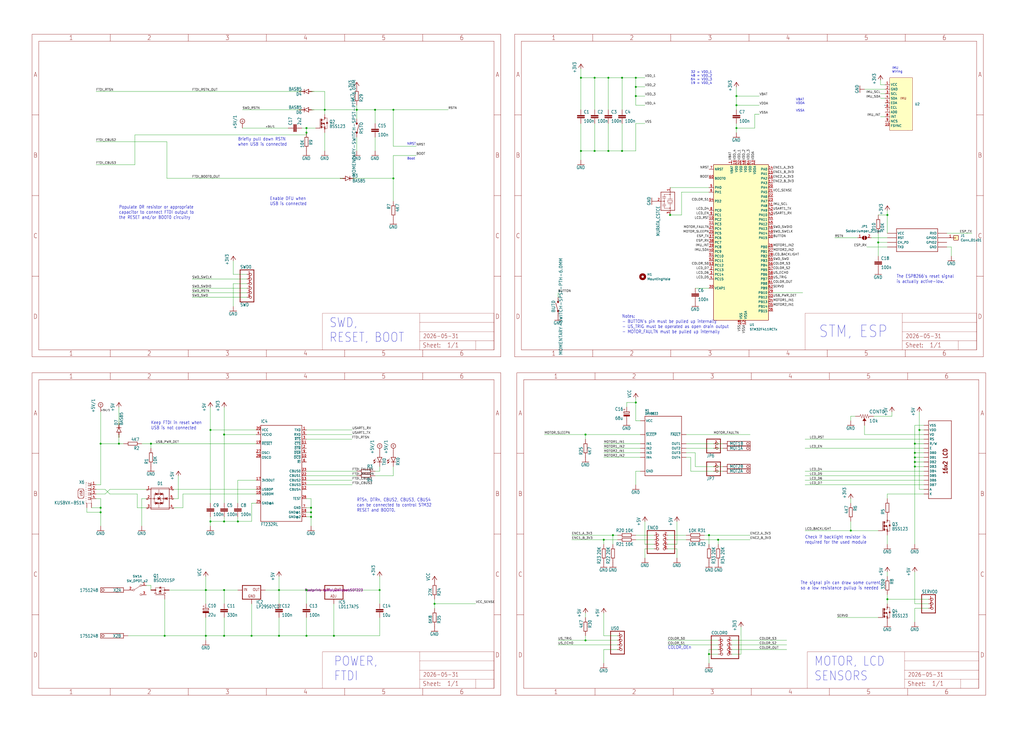
<source format=kicad_sch>
(kicad_sch (version 20230121) (generator eeschema)
  (paper "User" 568.655 405.282)
  (junction (at 508 251.46))
  (junction (at 154.94 327.66))
  (junction (at 172.72 287.02))
  (junction (at 55.88 246.38))
  (junction (at 372.11 119.38))
  (junction (at 345.44 43.18))
  (junction (at 124.46 289.56))
  (junction (at 508 254))
  (junction (at 337.82 43.18))
  (junction (at 335.28 299.72))
  (junction (at 340.36 297.18))
  (junction (at 172.72 281.94))
  (junction (at 170.18 327.66))
  (junction (at 322.58 83.82))
  (junction (at 66.04 246.38))
  (junction (at 472.44 294.64))
  (junction (at 210.82 327.66))
  (junction (at 218.44 99.06))
  (junction (at 208.28 60.96))
  (junction (at 218.44 60.96))
  (junction (at 172.72 284.48))
  (junction (at 408.94 71.12))
  (junction (at 322.58 43.18))
  (junction (at 180.34 60.96))
  (junction (at 487.68 134.62))
  (junction (at 398.78 299.72))
  (junction (at 132.08 289.56))
  (junction (at 508 256.54))
  (junction (at 510.54 238.76))
  (junction (at 91.44 353.06))
  (junction (at 170.18 71.12))
  (junction (at 325.12 355.6))
  (junction (at 508 259.08))
  (junction (at 353.06 53.34))
  (junction (at 55.88 281.94))
  (junction (at 345.44 83.82))
  (junction (at 353.06 48.26))
  (junction (at 408.94 53.34))
  (junction (at 116.84 238.76))
  (junction (at 408.94 58.42))
  (junction (at 124.46 353.06))
  (junction (at 83.82 246.38))
  (junction (at 337.82 83.82))
  (junction (at 124.46 327.66))
  (junction (at 330.2 83.82))
  (junction (at 393.7 363.22))
  (junction (at 508 246.38))
  (junction (at 241.3 335.28))
  (junction (at 198.12 60.96))
  (junction (at 170.18 353.06))
  (junction (at 353.06 223.52))
  (junction (at 116.84 289.56))
  (junction (at 353.06 43.18))
  (junction (at 393.7 297.18))
  (junction (at 330.2 43.18))
  (junction (at 114.3 353.06))
  (junction (at 154.94 353.06))
  (junction (at 325.12 241.3))
  (junction (at 124.46 241.3))
  (junction (at 55.88 284.48))
  (junction (at 185.42 353.06))
  (junction (at 114.3 327.66))
  (junction (at 492.76 119.38))
  (junction (at 492.76 332.74))
  (junction (at 170.18 73.66))
  (junction (at 139.7 353.06))
  (wire (pts (xy 170.18 71.12) (xy 170.18 73.66)) (stroke (width 0.1524)))
  (wire (pts (xy 510.54 238.76) (xy 510.54 228.6)) (stroke (width 0.1524)))
  (wire (pts (xy 508 254) (xy 508 256.54)) (stroke (width 0.1524)))
  (wire (pts (xy 170.18 335.28) (xy 170.18 327.66)) (stroke (width 0.1524)))
  (wire (pts (xy 525.78 137.16) (xy 528.32 137.16)) (stroke (width 0.1524)))
  (wire (pts (xy 154.94 327.66) (xy 154.94 320.04)) (stroke (width 0.1524)))
  (wire (pts (xy 487.68 119.38) (xy 492.76 119.38)) (stroke (width 0.1524)))
  (wire (pts (xy 353.06 261.62) (xy 353.06 269.24)) (stroke (width 0.1524)))
  (wire (pts (xy 515.62 332.74) (xy 492.76 332.74)) (stroke (width 0.1524)))
  (wire (pts (xy 363.22 302.26) (xy 358.14 302.26)) (stroke (width 0.1524)))
  (wire (pts (xy 137.16 165.1) (xy 106.68 165.1)) (stroke (width 0.1524)))
  (wire (pts (xy 513.08 266.7) (xy 447.04 266.7)) (stroke (width 0.1524)))
  (wire (pts (xy 208.28 83.82) (xy 208.28 76.2)) (stroke (width 0.1524)))
  (wire (pts (xy 124.46 342.9) (xy 124.46 353.06)) (stroke (width 0.1524)))
  (wire (pts (xy 487.68 342.9) (xy 464.82 342.9)) (stroke (width 0.1524)))
  (wire (pts (xy 401.32 261.62) (xy 396.24 261.62)) (stroke (width 0.1524)))
  (wire (pts (xy 142.24 279.4) (xy 139.7 279.4)) (stroke (width 0.1524)))
  (wire (pts (xy 76.2 281.94) (xy 81.28 281.94)) (stroke (width 0.1524)))
  (wire (pts (xy 210.82 335.28) (xy 210.82 327.66)) (stroke (width 0.1524)))
  (wire (pts (xy 132.08 287.02) (xy 132.08 289.56)) (stroke (width 0.1524)))
  (wire (pts (xy 492.76 134.62) (xy 487.68 134.62)) (stroke (width 0.1524)))
  (wire (pts (xy 487.68 129.54) (xy 487.68 134.62)) (stroke (width 0.1524)))
  (wire (pts (xy 78.74 246.38) (xy 83.82 246.38)) (stroke (width 0.1524)))
  (wire (pts (xy 218.44 86.36) (xy 218.44 99.06)) (stroke (width 0.1524)))
  (wire (pts (xy 355.6 251.46) (xy 335.28 251.46)) (stroke (width 0.1524)))
  (wire (pts (xy 353.06 233.68) (xy 355.6 233.68)) (stroke (width 0.1524)))
  (wire (pts (xy 180.34 50.8) (xy 180.34 60.96)) (stroke (width 0.1524)))
  (wire (pts (xy 172.72 284.48) (xy 172.72 287.02)) (stroke (width 0.1524)))
  (wire (pts (xy 393.7 368.3) (xy 393.7 363.22)) (stroke (width 0.1524)))
  (wire (pts (xy 172.72 50.8) (xy 180.34 50.8)) (stroke (width 0.1524)))
  (wire (pts (xy 396.24 248.92) (xy 381 248.92)) (stroke (width 0.1524)))
  (wire (pts (xy 74.93 74.93) (xy 74.93 91.44)) (stroke (width 0.1524)))
  (wire (pts (xy 55.88 276.86) (xy 55.88 281.94)) (stroke (width 0.1524)))
  (wire (pts (xy 510.54 271.78) (xy 510.54 238.76)) (stroke (width 0.1524)))
  (wire (pts (xy 66.04 226.06) (xy 66.04 236.22)) (stroke (width 0.1524)))
  (wire (pts (xy 330.2 43.18) (xy 337.82 43.18)) (stroke (width 0.1524)))
  (wire (pts (xy 345.44 83.82) (xy 353.06 83.82)) (stroke (width 0.1524)))
  (wire (pts (xy 167.64 60.96) (xy 134.62 60.96)) (stroke (width 0.1524)))
  (wire (pts (xy 378.46 106.68) (xy 378.46 119.38)))
  (wire (pts (xy 91.44 332.74) (xy 91.44 353.06)) (stroke (width 0.1524)))
  (wire (pts (xy 137.16 152.4) (xy 129.54 152.4)) (stroke (width 0.1524)))
  (wire (pts (xy 408.94 53.34) (xy 408.94 58.42)) (stroke (width 0.1524)))
  (wire (pts (xy 492.76 330.2) (xy 492.76 332.74)) (stroke (width 0.1524)))
  (wire (pts (xy 488.95 64.77) (xy 491.49 64.77)))
  (wire (pts (xy 129.54 152.4) (xy 129.54 144.78)) (stroke (width 0.1524)))
  (wire (pts (xy 335.28 302.26) (xy 335.28 299.72)) (stroke (width 0.1524)))
  (wire (pts (xy 363.22 299.72) (xy 353.06 299.72)) (stroke (width 0.1524)))
  (wire (pts (xy 393.7 363.22) (xy 398.78 363.22)) (stroke (width 0.1524)))
  (wire (pts (xy 513.08 238.76) (xy 510.54 238.76)) (stroke (width 0.1524)))
  (wire (pts (xy 124.46 289.56) (xy 116.84 289.56)) (stroke (width 0.1524)))
  (wire (pts (xy 170.18 327.66) (xy 154.94 327.66)) (stroke (width 0.1524)))
  (wire (pts (xy 492.76 129.54) (xy 492.76 119.38)) (stroke (width 0.1524)))
  (wire (pts (xy 408.94 73.66) (xy 408.94 71.12)) (stroke (width 0.1524)))
  (wire (pts (xy 513.08 271.78) (xy 510.54 271.78)) (stroke (width 0.1524)))
  (wire (pts (xy 71.12 353.06) (xy 91.44 353.06)))
  (wire (pts (xy 513.08 264.16) (xy 447.04 264.16)) (stroke (width 0.1524)))
  (wire (pts (xy 170.18 266.7) (xy 195.58 266.7)) (stroke (width 0.1524)))
  (wire (pts (xy 241.3 337.82) (xy 241.3 335.28)) (stroke (width 0.1524)))
  (wire (pts (xy 180.34 60.96) (xy 198.12 60.96)) (stroke (width 0.1524)))
  (wire (pts (xy 353.06 58.42) (xy 358.14 58.42)) (stroke (width 0.1524)))
  (wire (pts (xy 472.44 233.68) (xy 472.44 231.14)) (stroke (width 0.1524)))
  (wire (pts (xy 370.84 299.72) (xy 381 299.72)) (stroke (width 0.1524)))
  (wire (pts (xy 193.04 327.66) (xy 210.82 327.66)) (stroke (width 0.1524)))
  (wire (pts (xy 96.52 281.94) (xy 101.6 281.94)) (stroke (width 0.1524)))
  (wire (pts (xy 513.08 243.84) (xy 447.04 243.84)) (stroke (width 0.1524)))
  (wire (pts (xy 492.76 302.26) (xy 492.76 297.18)) (stroke (width 0.1524)))
  (wire (pts (xy 322.58 60.96) (xy 322.58 43.18)) (stroke (width 0.1524)))
  (wire (pts (xy 180.34 73.66) (xy 180.34 83.82)) (stroke (width 0.1524)))
  (wire (pts (xy 363.22 304.8) (xy 358.14 304.8)) (stroke (width 0.1524)))
  (wire (pts (xy 513.08 248.92) (xy 447.04 248.92)) (stroke (width 0.1524)))
  (wire (pts (xy 480.06 241.3) (xy 513.08 241.3)) (stroke (width 0.1524)))
  (wire (pts (xy 513.08 236.22) (xy 508 236.22)) (stroke (width 0.1524)))
  (wire (pts (xy 335.28 360.68) (xy 335.28 368.3)) (stroke (width 0.1524)))
  (wire (pts (xy 381 254) (xy 383.54 254)) (stroke (width 0.1524)))
  (wire (pts (xy 124.46 241.3) (xy 124.46 226.06)) (stroke (width 0.1524)))
  (wire (pts (xy 342.9 355.6) (xy 325.12 355.6)) (stroke (width 0.1524)))
  (wire (pts (xy 353.06 48.26) (xy 353.06 53.34)) (stroke (width 0.1524)))
  (wire (pts (xy 370.84 302.26) (xy 375.92 302.26)) (stroke (width 0.1524)))
  (wire (pts (xy 142.24 238.76) (xy 116.84 238.76)) (stroke (width 0.1524)))
  (wire (pts (xy 401.32 246.38) (xy 396.24 246.38)) (stroke (width 0.1524)))
  (wire (pts (xy 134.62 71.12) (xy 160.02 71.12)) (stroke (width 0.1524)))
  (wire (pts (xy 488.95 44.45) (xy 488.95 46.99)))
  (wire (pts (xy 132.08 289.56) (xy 124.46 289.56)) (stroke (width 0.1524)))
  (wire (pts (xy 381 241.3) (xy 416.56 241.3)) (stroke (width 0.1524)))
  (wire (pts (xy 170.18 241.3) (xy 195.58 241.3)) (stroke (width 0.1524)))
  (wire (pts (xy 515.62 335.28) (xy 508 335.28)) (stroke (width 0.1524)))
  (wire (pts (xy 340.36 297.18) (xy 317.5 297.18)) (stroke (width 0.1524)))
  (wire (pts (xy 76.2 274.32) (xy 76.2 281.94)) (stroke (width 0.1524)))
  (wire (pts (xy 342.9 360.68) (xy 335.28 360.68)) (stroke (width 0.1524)))
  (wire (pts (xy 421.64 63.5) (xy 419.1 63.5)) (stroke (width 0.1524)))
  (wire (pts (xy 170.18 269.24) (xy 195.58 269.24)) (stroke (width 0.1524)))
  (wire (pts (xy 210.82 261.62) (xy 210.82 259.08)) (stroke (width 0.1524)))
  (wire (pts (xy 172.72 276.86) (xy 172.72 281.94)) (stroke (width 0.1524)))
  (wire (pts (xy 99.06 276.86) (xy 96.52 276.86)) (stroke (width 0.1524)))
  (wire (pts (xy 60.96 274.32) (xy 76.2 274.32)) (stroke (width 0.1524)))
  (wire (pts (xy 185.42 353.06) (xy 170.18 353.06)) (stroke (width 0.1524)))
  (wire (pts (xy 325.12 243.84) (xy 325.12 241.3)) (stroke (width 0.1524)))
  (wire (pts (xy 421.64 58.42) (xy 408.94 58.42)) (stroke (width 0.1524)))
  (wire (pts (xy 50.8 281.94) (xy 55.88 281.94)) (stroke (width 0.1524)))
  (wire (pts (xy 55.88 284.48) (xy 55.88 292.1)) (stroke (width 0.1524)))
  (wire (pts (xy 172.72 60.96) (xy 180.34 60.96)) (stroke (width 0.1524)))
  (wire (pts (xy 472.44 294.64) (xy 487.68 294.64)) (stroke (width 0.1524)))
  (wire (pts (xy 241.3 335.28) (xy 241.3 332.74)) (stroke (width 0.1524)))
  (wire (pts (xy 492.76 317.5) (xy 492.76 320.04)) (stroke (width 0.1524)))
  (wire (pts (xy 513.08 246.38) (xy 508 246.38)) (stroke (width 0.1524)))
  (wire (pts (xy 124.46 279.4) (xy 124.46 241.3)) (stroke (width 0.1524)))
  (wire (pts (xy 170.18 284.48) (xy 172.72 284.48)) (stroke (width 0.1524)))
  (wire (pts (xy 342.9 358.14) (xy 309.88 358.14)) (stroke (width 0.1524)))
  (wire (pts (xy 370.84 297.18) (xy 381 297.18)) (stroke (width 0.1524)))
  (wire (pts (xy 355.6 254) (xy 335.28 254)) (stroke (width 0.1524)))
  (wire (pts (xy 358.14 304.8) (xy 358.14 309.88)) (stroke (width 0.1524)))
  (wire (pts (xy 208.28 60.96) (xy 218.44 60.96)) (stroke (width 0.1524)))
  (wire (pts (xy 353.06 68.58) (xy 353.06 83.82)) (stroke (width 0.1524)))
  (wire (pts (xy 345.44 68.58) (xy 345.44 83.82)) (stroke (width 0.1524)))
  (wire (pts (xy 383.54 261.62) (xy 396.24 261.62)) (stroke (width 0.1524)))
  (wire (pts (xy 55.88 281.94) (xy 55.88 284.48)) (stroke (width 0.1524)))
  (wire (pts (xy 241.3 335.28) (xy 264.16 335.28)) (stroke (width 0.1524)))
  (wire (pts (xy 116.84 287.02) (xy 116.84 289.56)) (stroke (width 0.1524)))
  (wire (pts (xy 114.3 327.66) (xy 114.3 320.04)) (stroke (width 0.1524)))
  (wire (pts (xy 472.44 231.14) (xy 474.98 231.14)) (stroke (width 0.1524)))
  (wire (pts (xy 508 256.54) (xy 508 259.08)) (stroke (width 0.1524)))
  (wire (pts (xy 386.08 251.46) (xy 386.08 259.08)) (stroke (width 0.1524)))
  (wire (pts (xy 53.34 271.78) (xy 58.42 271.78)) (stroke (width 0.1524)))
  (wire (pts (xy 55.88 269.24) (xy 55.88 246.38)) (stroke (width 0.1524)))
  (wire (pts (xy 372.11 104.14) (xy 393.7 104.14)))
  (wire (pts (xy 347.98 226.06) (xy 347.98 223.52)) (stroke (width 0.1524)))
  (wire (pts (xy 55.88 228.6) (xy 55.88 246.38)) (stroke (width 0.1524)))
  (wire (pts (xy 185.42 335.28) (xy 185.42 353.06)) (stroke (width 0.1524)))
  (wire (pts (xy 66.04 246.38) (xy 55.88 246.38)) (stroke (width 0.1524)))
  (wire (pts (xy 198.12 66.04) (xy 198.12 60.96)) (stroke (width 0.1524)))
  (wire (pts (xy 481.33 137.16) (xy 492.76 137.16)))
  (wire (pts (xy 92.71 99.06) (xy 190.5 99.06)) (stroke (width 0.1524)))
  (wire (pts (xy 210.82 353.06) (xy 185.42 353.06)) (stroke (width 0.1524)))
  (wire (pts (xy 513.08 274.32) (xy 492.76 274.32)) (stroke (width 0.1524)))
  (wire (pts (xy 170.18 276.86) (xy 172.72 276.86)) (stroke (width 0.1524)))
  (wire (pts (xy 480.06 49.53) (xy 491.49 49.53)))
  (wire (pts (xy 132.08 266.7) (xy 132.08 279.4)) (stroke (width 0.1524)))
  (wire (pts (xy 92.71 78.74) (xy 92.71 99.06)))
  (wire (pts (xy 491.49 46.99) (xy 488.95 46.99)))
  (wire (pts (xy 114.3 342.9) (xy 114.3 353.06)) (stroke (width 0.1524)))
  (wire (pts (xy 406.4 358.14) (xy 436.88 358.14)) (stroke (width 0.1524)))
  (wire (pts (xy 508 251.46) (xy 508 254)) (stroke (width 0.1524)))
  (wire (pts (xy 355.6 248.92) (xy 335.28 248.92)) (stroke (width 0.1524)))
  (wire (pts (xy 198.12 60.96) (xy 198.12 58.42)) (stroke (width 0.1524)))
  (wire (pts (xy 342.9 297.18) (xy 340.36 297.18)) (stroke (width 0.1524)))
  (wire (pts (xy 137.16 160.02) (xy 106.68 160.02)) (stroke (width 0.1524)))
  (wire (pts (xy 124.46 287.02) (xy 124.46 289.56)) (stroke (width 0.1524)))
  (wire (pts (xy 513.08 254) (xy 508 254)) (stroke (width 0.1524)))
  (wire (pts (xy 325.12 355.6) (xy 309.88 355.6)) (stroke (width 0.1524)))
  (wire (pts (xy 398.78 360.68) (xy 393.7 360.68)) (stroke (width 0.1524)))
  (wire (pts (xy 53.34 269.24) (xy 55.88 269.24)) (stroke (width 0.1524)))
  (wire (pts (xy 66.04 241.3) (xy 66.04 246.38)) (stroke (width 0.1524)))
  (wire (pts (xy 48.26 284.48) (xy 55.88 284.48)) (stroke (width 0.1524)))
  (wire (pts (xy 492.76 332.74) (xy 492.76 335.28)) (stroke (width 0.1524)))
  (wire (pts (xy 309.88 165.1) (xy 309.88 162.56)) (stroke (width 0.1524)))
  (wire (pts (xy 53.34 276.86) (xy 55.88 276.86)) (stroke (width 0.1524)))
  (wire (pts (xy 401.32 259.08) (xy 396.24 259.08)) (stroke (width 0.1524)))
  (wire (pts (xy 406.4 355.6) (xy 436.88 355.6)) (stroke (width 0.1524)))
  (wire (pts (xy 322.58 43.18) (xy 330.2 43.18)) (stroke (width 0.1524)))
  (wire (pts (xy 172.72 281.94) (xy 172.72 284.48)) (stroke (width 0.1524)))
  (wire (pts (xy 170.18 261.62) (xy 198.12 261.62)) (stroke (width 0.1524)))
  (wire (pts (xy 472.44 289.56) (xy 472.44 294.64)) (stroke (width 0.1524)))
  (wire (pts (xy 208.28 264.16) (xy 218.44 264.16)) (stroke (width 0.1524)))
  (wire (pts (xy 139.7 353.06) (xy 154.94 353.06)) (stroke (width 0.1524)))
  (wire (pts (xy 53.34 91.44) (xy 74.93 91.44)) (stroke (width 0.1524)))
  (wire (pts (xy 198.12 60.96) (xy 208.28 60.96)) (stroke (width 0.1524)))
  (wire (pts (xy 488.95 52.07) (xy 491.49 52.07)))
  (wire (pts (xy 124.46 327.66) (xy 114.3 327.66)) (stroke (width 0.1524)))
  (wire (pts (xy 208.28 261.62) (xy 210.82 261.62)) (stroke (width 0.1524)))
  (wire (pts (xy 513.08 251.46) (xy 508 251.46)) (stroke (width 0.1524)))
  (wire (pts (xy 513.08 269.24) (xy 447.04 269.24)) (stroke (width 0.1524)))
  (wire (pts (xy 83.82 325.12) (xy 83.82 327.66)))
  (wire (pts (xy 508 337.82) (xy 508 345.44)) (stroke (width 0.1524)))
  (wire (pts (xy 154.94 335.28) (xy 154.94 327.66)) (stroke (width 0.1524)))
  (wire (pts (xy 170.18 281.94) (xy 172.72 281.94)) (stroke (width 0.1524)))
  (wire (pts (xy 68.58 246.38) (xy 66.04 246.38)) (stroke (width 0.1524)))
  (wire (pts (xy 78.74 292.1) (xy 78.74 276.86)) (stroke (width 0.1524)))
  (wire (pts (xy 508 259.08) (xy 508 302.26)) (stroke (width 0.1524)))
  (wire (pts (xy 391.16 297.18) (xy 393.7 297.18)) (stroke (width 0.1524)))
  (wire (pts (xy 495.3 228.6) (xy 495.3 231.14)) (stroke (width 0.1524)))
  (wire (pts (xy 53.34 50.8) (xy 167.64 50.8)) (stroke (width 0.1524)))
  (wire (pts (xy 393.7 106.68) (xy 378.46 106.68)))
  (wire (pts (xy 408.94 48.26) (xy 408.94 53.34)) (stroke (width 0.1524)))
  (wire (pts (xy 231.14 86.36) (xy 218.44 86.36)) (stroke (width 0.1524)))
  (wire (pts (xy 370.84 304.8) (xy 375.92 304.8)) (stroke (width 0.1524)))
  (wire (pts (xy 383.54 254) (xy 383.54 261.62)) (stroke (width 0.1524)))
  (wire (pts (xy 83.82 246.38) (xy 142.24 246.38)) (stroke (width 0.1524)))
  (wire (pts (xy 58.42 271.78) (xy 60.96 274.32)) (stroke (width 0.1524)))
  (wire (pts (xy 142.24 266.7) (xy 132.08 266.7)) (stroke (width 0.1524)))
  (wire (pts (xy 483.87 132.08) (xy 492.76 132.08)) (stroke (width 0.1524)))
  (wire (pts (xy 358.14 53.34) (xy 353.06 53.34)) (stroke (width 0.1524)))
  (wire (pts (xy 381 246.38) (xy 396.24 246.38)) (stroke (width 0.1524)))
  (wire (pts (xy 170.18 353.06) (xy 154.94 353.06)) (stroke (width 0.1524)))
  (wire (pts (xy 472.44 294.64) (xy 447.04 294.64)) (stroke (width 0.1524)))
  (wire (pts (xy 218.44 60.96) (xy 218.44 81.28)) (stroke (width 0.1524)))
  (wire (pts (xy 408.94 71.12) (xy 419.1 71.12)) (stroke (width 0.1524)))
  (wire (pts (xy 101.6 274.32) (xy 101.6 281.94)) (stroke (width 0.1524)))
  (wire (pts (xy 345.44 60.96) (xy 345.44 43.18)) (stroke (width 0.1524)))
  (wire (pts (xy 347.98 223.52) (xy 353.06 223.52)) (stroke (width 0.1524)))
  (wire (pts (xy 170.18 264.16) (xy 198.12 264.16)) (stroke (width 0.1524)))
  (wire (pts (xy 353.06 53.34) (xy 353.06 58.42)) (stroke (width 0.1524)))
  (wire (pts (xy 330.2 68.58) (xy 330.2 83.82)) (stroke (width 0.1524)))
  (wire (pts (xy 393.7 302.26) (xy 393.7 297.18)) (stroke (width 0.1524)))
  (wire (pts (xy 218.44 60.96) (xy 248.92 60.96)) (stroke (width 0.1524)))
  (wire (pts (xy 515.62 337.82) (xy 508 337.82)) (stroke (width 0.1524)))
  (wire (pts (xy 170.18 73.66) (xy 170.18 74.93)) (stroke (width 0.1524)))
  (wire (pts (xy 355.6 261.62) (xy 353.06 261.62)) (stroke (width 0.1524)))
  (wire (pts (xy 139.7 289.56) (xy 132.08 289.56)) (stroke (width 0.1524)))
  (wire (pts (xy 180.34 63.5) (xy 180.34 60.96)) (stroke (width 0.1524)))
  (wire (pts (xy 116.84 238.76) (xy 116.84 226.06)) (stroke (width 0.1524)))
  (wire (pts (xy 386.08 259.08) (xy 396.24 259.08)) (stroke (width 0.1524)))
  (wire (pts (xy 170.18 342.9) (xy 170.18 353.06)) (stroke (width 0.1524)))
  (wire (pts (xy 355.6 246.38) (xy 335.28 246.38)) (stroke (width 0.1524)))
  (wire (pts (xy 487.68 142.24) (xy 487.68 134.62)) (stroke (width 0.1524)))
  (wire (pts (xy 342.9 353.06) (xy 335.28 353.06)) (stroke (width 0.1524)))
  (wire (pts (xy 177.8 327.66) (xy 170.18 327.66)) (stroke (width 0.1524)))
  (wire (pts (xy 139.7 279.4) (xy 139.7 289.56)) (stroke (width 0.1524)))
  (wire (pts (xy 210.82 342.9) (xy 210.82 353.06)) (stroke (width 0.1524)))
  (wire (pts (xy 372.11 119.38) (xy 372.11 118.11)))
  (wire (pts (xy 337.82 60.96) (xy 337.82 43.18)) (stroke (width 0.1524)))
  (wire (pts (xy 322.58 38.1) (xy 322.58 43.18)) (stroke (width 0.1524)))
  (wire (pts (xy 495.3 231.14) (xy 485.14 231.14)) (stroke (width 0.1524)))
  (wire (pts (xy 419.1 63.5) (xy 419.1 71.12)) (stroke (width 0.1524)))
  (wire (pts (xy 335.28 299.72) (xy 317.5 299.72)) (stroke (width 0.1524)))
  (wire (pts (xy 218.44 264.16) (xy 218.44 259.08)) (stroke (width 0.1524)))
  (wire (pts (xy 170.18 243.84) (xy 195.4276 243.84)) (stroke (width 0.1524)))
  (wire (pts (xy 375.92 304.8) (xy 375.92 309.88)) (stroke (width 0.1524)))
  (wire (pts (xy 353.06 223.52) (xy 353.06 233.68)) (stroke (width 0.1524)))
  (wire (pts (xy 398.78 358.14) (xy 370.84 358.14)) (stroke (width 0.1524)))
  (wire (pts (xy 528.32 137.16) (xy 528.32 142.24)) (stroke (width 0.1524)))
  (wire (pts (xy 322.58 83.82) (xy 330.2 83.82)) (stroke (width 0.1524)))
  (wire (pts (xy 408.94 58.42) (xy 408.94 60.96)) (stroke (width 0.1524)))
  (wire (pts (xy 513.08 256.54) (xy 508 256.54)) (stroke (width 0.1524)))
  (wire (pts (xy 401.32 248.92) (xy 396.24 248.92)) (stroke (width 0.1524)))
  (wire (pts (xy 363.22 297.18) (xy 353.06 297.18)) (stroke (width 0.1524)))
  (wire (pts (xy 358.14 48.26) (xy 353.06 48.26)) (stroke (width 0.1524)))
  (wire (pts (xy 421.64 53.34) (xy 408.94 53.34)) (stroke (width 0.1524)))
  (wire (pts (xy 210.82 327.66) (xy 210.82 320.04)) (stroke (width 0.1524)))
  (wire (pts (xy 398.78 299.72) (xy 416.56 299.72)) (stroke (width 0.1524)))
  (wire (pts (xy 508 236.22) (xy 508 246.38)) (stroke (width 0.1524)))
  (wire (pts (xy 472.44 276.86) (xy 472.44 279.4)) (stroke (width 0.1524)))
  (wire (pts (xy 337.82 83.82) (xy 345.44 83.82)) (stroke (width 0.1524)))
  (wire (pts (xy 132.08 327.66) (xy 124.46 327.66)) (stroke (width 0.1524)))
  (wire (pts (xy 358.14 302.26) (xy 358.14 289.56)) (stroke (width 0.1524)))
  (wire (pts (xy 330.2 83.82) (xy 337.82 83.82)) (stroke (width 0.1524)))
  (wire (pts (xy 218.44 99.06) (xy 218.44 111.76)) (stroke (width 0.1524)))
  (wire (pts (xy 124.46 335.28) (xy 124.46 327.66)) (stroke (width 0.1524)))
  (wire (pts (xy 406.4 363.22) (xy 411.48 363.22)) (stroke (width 0.1524)))
  (wire (pts (xy 53.34 274.32) (xy 58.42 274.32)) (stroke (width 0.1524)))
  (wire (pts (xy 81.28 325.12) (xy 83.82 325.12)))
  (wire (pts (xy 322.58 88.9) (xy 322.58 83.82)) (stroke (width 0.1524)))
  (wire (pts (xy 60.96 271.78) (xy 81.28 271.78)) (stroke (width 0.1524)))
  (wire (pts (xy 137.16 157.48) (xy 129.54 157.48)) (stroke (width 0.1524)))
  (wire (pts (xy 114.3 353.06) (xy 114.3 355.6)) (stroke (width 0.1524)))
  (wire (pts (xy 137.16 162.56) (xy 106.68 162.56)) (stroke (width 0.1524)))
  (wire (pts (xy 463.55 132.08) (xy 476.25 132.08)))
  (wire (pts (xy 91.44 353.06) (xy 114.3 353.06)) (stroke (width 0.1524)))
  (wire (pts (xy 342.9 299.72) (xy 335.28 299.72)) (stroke (width 0.1524)))
  (wire (pts (xy 353.06 43.18) (xy 353.06 48.26)) (stroke (width 0.1524)))
  (wire (pts (xy 322.58 68.58) (xy 322.58 83.82)) (stroke (width 0.1524)))
  (wire (pts (xy 429.26 162.56) (xy 445.77 162.56)))
  (wire (pts (xy 154.94 342.9) (xy 154.94 353.06)) (stroke (width 0.1524)))
  (wire (pts (xy 492.76 274.32) (xy 492.76 276.86)) (stroke (width 0.1524)))
  (wire (pts (xy 325.12 353.06) (xy 325.12 355.6)) (stroke (width 0.1524)))
  (wire (pts (xy 492.76 119.38) (xy 492.76 116.84)) (stroke (width 0.1524)))
  (wire (pts (xy 480.06 236.22) (xy 480.06 241.3)) (stroke (width 0.1524)))
  (wire (pts (xy 337.82 68.58) (xy 337.82 83.82)) (stroke (width 0.1524)))
  (wire (pts (xy 353.06 68.58) (xy 358.14 68.58)) (stroke (width 0.1524)))
  (wire (pts (xy 96.52 271.78) (xy 142.24 271.78)) (stroke (width 0.1524)))
  (wire (pts (xy 353.06 220.98) (xy 353.06 223.52)) (stroke (width 0.1524)))
  (wire (pts (xy 129.54 157.48) (xy 129.54 170.18)) (stroke (width 0.1524)))
  (wire (pts (xy 335.28 353.06) (xy 335.28 340.36)) (stroke (width 0.1524)))
  (wire (pts (xy 142.24 241.3) (xy 124.46 241.3)) (stroke (width 0.1524)))
  (wire (pts (xy 398.78 302.26) (xy 398.78 299.72)) (stroke (width 0.1524)))
  (wire (pts (xy 513.08 259.08) (xy 508 259.08)) (stroke (width 0.1524)))
  (wire (pts (xy 325.12 241.3) (xy 302.26 241.3)) (stroke (width 0.1524)))
  (wire (pts (xy 208.28 68.58) (xy 208.28 60.96)) (stroke (width 0.1524)))
  (wire (pts (xy 355.6 241.3) (xy 325.12 241.3)) (stroke (width 0.1524)))
  (wire (pts (xy 393.7 360.68) (xy 393.7 363.22)) (stroke (width 0.1524)))
  (wire (pts (xy 340.36 302.26) (xy 340.36 297.18)) (stroke (width 0.1524)))
  (wire (pts (xy 408.94 71.12) (xy 408.94 68.58)) (stroke (width 0.1524)))
  (wire (pts (xy 170.18 238.76) (xy 195.58 238.76)) (stroke (width 0.1524)))
  (wire (pts (xy 58.42 274.32) (xy 60.96 271.78)) (stroke (width 0.1524)))
  (wire (pts (xy 78.74 276.86) (xy 81.28 276.86)) (stroke (width 0.1524)))
  (wire (pts (xy 99.06 264.16) (xy 99.06 276.86)) (stroke (width 0.1524)))
  (wire (pts (xy 539.75 129.54) (xy 525.78 129.54)) (stroke (width 0.1524)))
  (wire (pts (xy 48.26 281.94) (xy 48.26 284.48)) (stroke (width 0.1524)))
  (wire (pts (xy 375.92 302.26) (xy 375.92 289.56)) (stroke (width 0.1524)))
  (wire (pts (xy 345.44 43.18) (xy 353.06 43.18)) (stroke (width 0.1524)))
  (wire (pts (xy 513.08 261.62) (xy 447.04 261.62)) (stroke (width 0.1524)))
  (wire (pts (xy 114.3 335.28) (xy 114.3 327.66)) (stroke (width 0.1524)))
  (wire (pts (xy 508 246.38) (xy 508 251.46)) (stroke (width 0.1524)))
  (wire (pts (xy 330.2 60.96) (xy 330.2 43.18)) (stroke (width 0.1524)))
  (wire (pts (xy 198.12 83.82) (xy 198.12 76.2)) (stroke (width 0.1524)))
  (wire (pts (xy 411.48 363.22) (xy 411.48 347.98)) (stroke (width 0.1524)))
  (wire (pts (xy 142.24 274.32) (xy 101.6 274.32)) (stroke (width 0.1524)))
  (wire (pts (xy 488.95 54.61) (xy 491.49 54.61)))
  (wire (pts (xy 378.46 119.38) (xy 372.11 119.38)))
  (wire (pts (xy 391.16 299.72) (xy 398.78 299.72)) (stroke (width 0.1524)))
  (wire (pts (xy 137.16 154.94) (xy 106.68 154.94)) (stroke (width 0.1524)))
  (wire (pts (xy 53.34 78.74) (xy 92.71 78.74)))
  (wire (pts (xy 393.7 297.18) (xy 416.56 297.18)) (stroke (width 0.1524)))
  (wire (pts (xy 147.32 327.66) (xy 154.94 327.66)) (stroke (width 0.1524)))
  (wire (pts (xy 172.72 287.02) (xy 172.72 292.1)) (stroke (width 0.1524)))
  (wire (pts (xy 337.82 43.18) (xy 345.44 43.18)) (stroke (width 0.1524)))
  (wire (pts (xy 195.58 99.06) (xy 218.44 99.06)) (stroke (width 0.1524)))
  (wire (pts (xy 218.44 81.28) (xy 231.14 81.28)) (stroke (width 0.1524)))
  (wire (pts (xy 406.4 360.68) (xy 436.88 360.68)) (stroke (width 0.1524)))
  (wire (pts (xy 358.14 43.18) (xy 353.06 43.18)) (stroke (width 0.1524)))
  (wire (pts (xy 170.18 71.12) (xy 175.26 71.12)) (stroke (width 0.1524)))
  (wire (pts (xy 93.98 327.66) (xy 114.3 327.66)) (stroke (width 0.1524)))
  (wire (pts (xy 325.12 342.9) (xy 325.12 340.36)) (stroke (width 0.1524)))
  (wire (pts (xy 170.18 74.93) (xy 74.93 74.93)) (stroke (width 0.1524)))
  (wire (pts (xy 167.64 71.12) (xy 170.18 71.12)) (stroke (width 0.1524)))
  (wire (pts (xy 116.84 292.1) (xy 116.84 289.56)) (stroke (width 0.1524)))
  (wire (pts (xy 124.46 353.06) (xy 139.7 353.06)) (stroke (width 0.1524)))
  (wire (pts (xy 386.08 160.02) (xy 393.7 160.02)))
  (wire (pts (xy 139.7 335.28) (xy 139.7 353.06)) (stroke (width 0.1524)))
  (wire (pts (xy 116.84 238.76) (xy 116.84 279.4)) (stroke (width 0.1524)))
  (wire (pts (xy 114.3 353.06) (xy 124.46 353.06)) (stroke (width 0.1524)))
  (wire (pts (xy 381 251.46) (xy 386.08 251.46)) (stroke (width 0.1524)))
  (wire (pts (xy 83.82 248.92) (xy 83.82 246.38)) (stroke (width 0.1524)))
  (wire (pts (xy 508 335.28) (xy 508 317.5)) (stroke (width 0.1524)))
  (wire (pts (xy 170.18 287.02) (xy 172.72 287.02)) (stroke (width 0.1524)))
  (wire (pts (xy 398.78 355.6) (xy 370.84 355.6)) (stroke (width 0.1524)))
  (text "MOTOR, LCD\nSENSORS" (at 452.12 378.46 0) (effects (font (size 5.08 4.318)) (justify left bottom)))
  (text "Check if backlight resistor is\nrequired for the used module" (at 447.04 302.26 0) (effects (font (size 1.778 1.5113)) (justify left bottom)))
  (text "IMU\nWiring\n" (at 495.3 40.64 0) (effects (font (size 1.27 1.27)) (justify left bottom)))
  (text "Enable DFU when\nUSB is connected" (at 149.86 114.3 0) (effects (font (size 1.778 1.5113)) (justify left bottom)))
  (text "POWER,\nFTDI" (at 185.42 378.46 0) (effects (font (size 5.08 4.318)) (justify left bottom)))
  (text "Briefly pull down RSTN\nwhen USB is connected" (at 132.08 81.28 0) (effects (font (size 1.778 1.5113)) (justify left bottom)))
  (text "32 = VDD_1\n48 = VDD_2\n64 = VDD_3\n19 = VDD_4\n" (at 383.54 46.99 0) (effects (font (size 1.27 1.27)) (justify left bottom)))
  (text "Keep FTDI in reset when\nUSB is not connected" (at 83.82 238.76 0) (effects (font (size 1.778 1.5113)) (justify left bottom)))
  (text "COLOR_OEn" (at 370.84 360.68 0) (effects (font (size 1.778 1.5113)) (justify left bottom)))
  (text "Notes:\n- BUTTON's pin must be pulled up internally\n- US_TRIG must be operated as open drain output\n- MOTOR_FAULTN must be pulled up internally" (at 345.44 185.42 0) (effects (font (size 1.778 1.5113)) (justify left bottom)))
  (text "RTSn, DTRn, CBUS2, CBUS3, CBUS4\ncan be connected to control STM32\nRESET and BOOT0." (at 198.12 284.48 0) (effects (font (size 1.778 1.5113)) (justify left bottom)))
  (text "VBAT\nVDDA\n\nVSSA\n" (at 441.96 62.23 0) (effects (font (size 1.27 1.27)) (justify left bottom)))
  (text "STM, ESP" (at 454.66 187.96 0) (effects (font (size 6.4516 5.4838)) (justify left bottom)))
  (text "SWD,\nRESET, BOOT" (at 182.88 190.5 0) (effects (font (size 5.08 4.318)) (justify left bottom)))
  (text "The signal pin can draw some current,\nso a low resistance pullup is needed" (at 444.5 327.66 0) (effects (font (size 1.778 1.5113)) (justify left bottom)))
  (text "Populate 0R resistor or appropriate\ncapacitor to connect FTDI output to\nthe RESET and/or BOOT0 circuitry" (at 66.04 121.92 0) (effects (font (size 1.778 1.5113)) (justify left bottom)))
  (text "The ESP8266's reset signal\nis actually active-low." (at 497.84 157.48 0) (effects (font (size 1.778 1.5113)) (justify left bottom)))
  (text "NRST\n\n\n\nBoot\n" (at 226.06 88.9 0) (effects (font (size 1.27 1.27)) (justify left bottom)))
  (label "RSTN" (at 463.55 132.08 0) (effects (font (size 1.2446 1.2446))))
  (label "ENC1_B_3V3" (at 317.5 299.72 0) (effects (font (size 1.2446 1.2446))))
  (label "COLOR_S2" (at 429.26 149.86 0) (effects (font (size 1.2446 1.2446))))
  (label "SERVO" (at 429.26 160.02 0) (effects (font (size 1.2446 1.2446))))
  (label "COLOR_OUT" (at 421.64 360.68 0) (effects (font (size 1.2446 1.2446))))
  (label "IMU_SDA" (at 488.95 54.61 180))
  (label "LCD_RST" (at 449.58 243.84 0) (effects (font (size 1.2446 1.2446))))
  (label "FTDI_CBUS2" (at 53.34 78.74 0) (effects (font (size 1.2446 1.2446))))
  (label "USB_PWR_DET" (at 429.26 165.1 0) (effects (font (size 1.2446 1.2446))))
  (label "ESP_TX" (at 539.75 129.54 180) (effects (font (size 1.2446 1.2446))))
  (label "SWD_SWO" (at 429.26 144.78 0) (effects (font (size 1.2446 1.2446))))
  (label "LCD_D5" (at 393.7 154.94 180) (effects (font (size 1.2446 1.2446))))
  (label "USART1_RX" (at 429.26 119.38 0) (effects (font (size 1.2446 1.2446))))
  (label "VCC_SENSE" (at 264.16 335.28 0) (effects (font (size 1.2446 1.2446))))
  (label "IMU_SCL" (at 488.95 52.07 180))
  (label "BOOT" (at 231.14 86.36 0))
  (label "SWD_SWDIO" (at 429.26 127 0) (effects (font (size 1.2446 1.2446))))
  (label "ENC2_A_3V3" (at 416.56 297.18 0) (effects (font (size 1.2446 1.2446))))
  (label "RSTN" (at 248.92 60.96 0) (effects (font (size 1.2446 1.2446))))
  (label "LCD_D5" (at 449.58 264.16 0) (effects (font (size 1.2446 1.2446))))
  (label "FTDI_CBUS2" (at 195.58 266.7 0) (effects (font (size 1.2446 1.2446))))
  (label "LCD_EN" (at 449.58 248.92 0) (effects (font (size 1.2446 1.2446))))
  (label "LCD_D7" (at 449.58 269.24 0) (effects (font (size 1.2446 1.2446))))
  (label "ENC2_A_3V3" (at 429.26 99.06 0) (effects (font (size 1.2446 1.2446))))
  (label "FTDI_RTSN" (at 53.34 50.8 0) (effects (font (size 1.2446 1.2446))))
  (label "LCD_D4" (at 449.58 261.62 0) (effects (font (size 1.2446 1.2446))))
  (label "ENC2_B_3V3" (at 429.26 101.6 0) (effects (font (size 1.2446 1.2446))))
  (label "COLOR_S1" (at 393.7 111.76 180) (effects (font (size 1.2446 1.2446))))
  (label "SWD_RSTN" (at 106.68 162.56 0) (effects (font (size 1.2446 1.2446))))
  (label "COLOR_S2" (at 421.64 358.14 0) (effects (font (size 1.2446 1.2446))))
  (label "FTDI_CBUS3" (at 195.58 269.24 0) (effects (font (size 1.2446 1.2446))))
  (label "SWD_SWDIO" (at 106.68 160.02 0) (effects (font (size 1.2446 1.2446))))
  (label "NRST" (at 231.14 81.28 0))
  (label "VSS" (at 358.14 68.58 0))
  (label "ESP_RX" (at 481.33 137.16 180) (effects (font (size 1.2446 1.2446))))
  (label "COLOR_S0" (at 370.84 355.6 0) (effects (font (size 1.2446 1.2446))))
  (label "VDD_4" (at 358.14 58.42 0))
  (label "LCD_RST" (at 393.7 121.92 180) (effects (font (size 1.2446 1.2446))))
  (label "VSS" (at 411.48 180.34 270))
  (label "VBAT" (at 406.4 88.9 90))
  (label "FTDI_BOOT0_OUT" (at 106.68 99.06 0) (effects (font (size 1.2446 1.2446))))
  (label "SERVO" (at 464.82 342.9 0) (effects (font (size 1.2446 1.2446))))
  (label "VDD_3" (at 416.56 88.9 90))
  (label "USB_PWR_DET" (at 86.36 246.38 0) (effects (font (size 1.2446 1.2446))))
  (label "BUTTON" (at 309.88 162.56 0) (effects (font (size 1.2446 1.2446))))
  (label "USART1_TX" (at 429.26 116.84 0) (effects (font (size 1.2446 1.2446))))
  (label "FTDI_RSTN_OUT" (at 106.68 50.8 0) (effects (font (size 1.2446 1.2446))))
  (label "VDD_3" (at 358.14 53.34 0))
  (label "IMU_INT" (at 393.7 137.16 180))
  (label "MOTOR1_IN1" (at 429.26 167.64 0) (effects (font (size 1.2446 1.2446))))
  (label "VDD_2" (at 414.02 88.9 90))
  (label "BUTTON" (at 429.26 132.08 0) (effects (font (size 1.2446 1.2446))))
  (label "US_TRIG" (at 309.88 355.6 0) (effects (font (size 1.2446 1.2446))))
  (label "+5V/1" (at 55.88 228.6 0) (effects (font (size 1.016 1.016))))
  (label "US_TRIG" (at 429.26 154.94 0) (effects (font (size 1.2446 1.2446))))
  (label "SWD_RSTN" (at 134.62 60.96 0) (effects (font (size 1.2446 1.2446))))
  (label "MOTOR2_IN1" (at 429.26 170.18 0) (effects (font (size 1.2446 1.2446))))
  (label "COLOR_S1" (at 370.84 358.14 0) (effects (font (size 1.2446 1.2446))))
  (label "VBAT" (at 421.64 53.34 0))
  (label "SWD_SWO" (at 106.68 165.1 0) (effects (font (size 1.2446 1.2446))))
  (label "USART1_RX" (at 195.58 238.76 0) (effects (font (size 1.2446 1.2446))))
  (label "MOTOR_FAULTN" (at 393.7 127 180) (effects (font (size 1.2446 1.2446))))
  (label "MOTOR2_IN2" (at 335.28 254 0) (effects (font (size 1.2446 1.2446))))
  (label "ENC1_A_3V3" (at 429.26 93.98 0) (effects (font (size 1.2446 1.2446))))
  (label "VCC_SENSE" (at 429.26 106.68 0) (effects (font (size 1.2446 1.2446))))
  (label "SWD_SWCLK" (at 106.68 154.94 0) (effects (font (size 1.2446 1.2446))))
  (label "FTDI_RTSN" (at 195.4276 243.84 0) (effects (font (size 1.2446 1.2446))))
  (label "VDDA" (at 419.1 88.9 90))
  (label "SWD_SWCLK" (at 429.26 129.54 0) (effects (font (size 1.2446 1.2446))))
  (label "FTDI_CBUS3" (at 53.34 91.44 0) (effects (font (size 1.2446 1.2446))))
  (label "BOOT" (at 393.7 99.06 180))
  (label "ESP_TX" (at 393.7 132.08 180) (effects (font (size 1.2446 1.2446))))
  (label "LCD_BACKLIGHT" (at 447.04 294.64 0) (effects (font (size 1.2446 1.2446))))
  (label "US_ECHO" (at 309.88 358.14 0) (effects (font (size 1.2446 1.2446))))
  (label "USART1_TX" (at 195.58 241.3 0) (effects (font (size 1.2446 1.2446))))
  (label "VDD_1" (at 358.14 43.18 0))
  (label "MOTOR_SLEEPN" (at 393.7 129.54 180) (effects (font (size 1.2446 1.2446))))
  (label "NRST" (at 393.7 93.98 180))
  (label "VSSA" (at 421.64 63.5 0))
  (label "US_ECHO" (at 429.26 152.4 0) (effects (font (size 1.2446 1.2446))))
  (label "VDD_2" (at 358.14 48.26 0))
  (label "LCD_BACKLIGHT" (at 429.26 142.24 0) (effects (font (size 1.2446 1.2446))))
  (label "MOTOR1_IN2" (at 335.28 248.92 0) (effects (font (size 1.2446 1.2446))))
  (label "FTDI_TXLEDN" (at 195.58 261.62 0) (effects (font (size 1.2446 1.2446))))
  (label "MOTOR_SLEEPN" (at 302.26 241.3 0) (effects (font (size 1.2446 1.2446))))
  (label "LCD_D7" (at 393.7 149.86 180) (effects (font (size 1.2446 1.2446))))
  (label "MOTOR_FAULTN" (at 396.24 241.3 0) (effects (font (size 1.2446 1.2446))))
  (label "MOTOR1_IN2" (at 429.26 137.16 0) (effects (font (size 1.2446 1.2446))))
  (label "ENC2_B_3V3" (at 416.56 299.72 0) (effects (font (size 1.2446 1.2446))))
  (label "VSSA" (at 414.02 180.34 270))
  (label "MOTOR1_IN1" (at 335.28 246.38 0) (effects (font (size 1.2446 1.2446))))
  (label "IMU_SCL" (at 429.26 114.3 0))
  (label "LCD_D6" (at 449.58 266.7 0) (effects (font (size 1.2446 1.2446))))
  (label "COLOR_S0" (at 393.7 147.32 180) (effects (font (size 1.2446 1.2446))))
  (label "COLOR_S3" (at 429.26 147.32 0) (effects (font (size 1.2446 1.2446))))
  (label "COLOR_S3" (at 421.64 355.6 0) (effects (font (size 1.2446 1.2446))))
  (label "COLOR_OUT" (at 429.26 157.48 0) (effects (font (size 1.2446 1.2446))))
  (label "VDD_1" (at 411.48 88.9 90))
  (label "LCD_D6" (at 393.7 152.4 180) (effects (font (size 1.2446 1.2446))))
  (label "LCD_D4" (at 393.7 116.84 180) (effects (font (size 1.2446 1.2446))))
  (label "ESP_RX" (at 393.7 134.62 180) (effects (font (size 1.2446 1.2446))))
  (label "ENC1_A_3V3" (at 317.5 297.18 0) (effects (font (size 1.2446 1.2446))))
  (label "MOTOR2_IN1" (at 335.28 251.46 0) (effects (font (size 1.2446 1.2446))))
  (label "FTDI_RXLEDN" (at 195.58 264.16 0) (effects (font (size 1.2446 1.2446))))
  (label "LCD_EN" (at 393.7 119.38 180) (effects (font (size 1.2446 1.2446))))
  (label "IMU_INT" (at 488.95 64.77 180))
  (label "VDDA" (at 421.64 58.42 0))
  (label "IMU_SDA" (at 393.7 139.7 180))
  (label "ENC1_B_3V3" (at 429.26 96.52 0) (effects (font (size 1.2446 1.2446))))
  (label "VDD_4" (at 408.94 88.9 90))
  (label "MOTOR2_IN2" (at 429.26 139.7 0) (effects (font (size 1.2446 1.2446))))
  (label "+5V/1" (at 147.32 71.12 0) (effects (font (size 1.016 1.016))))
  (symbol (lib_id "tanfolyamrobot-eagle-import:+5V/1") (at 55.88 226.06 0) (unit 1)
    (property "Reference" "#SUPPLY01" (effects hide))
    (property "Value" "+5V/1" (at 52.705 229.235 90) (effects (font (size 1.778 1.5113)) (justify left bottom)))
  )
  (symbol (lib_id "tanfolyamrobot-eagle-import:+3V3") (at 198.12 45.72 0) (unit 1)
    (property "Reference" "#+3V011" (effects hide))
    (property "Value" "+3V3" (at 195.58 50.8 90) (effects (font (size 1.778 1.5113)) (justify left bottom)))
  )
  (symbol (lib_id "tanfolyamrobot-eagle-import:GND") (at 172.72 294.64 0) (unit 1)
    (property "Reference" "#GND07" (effects hide))
    (property "Value" "GND" (at 170.18 297.18 0) (effects (font (size 1.778 1.5113)) (justify left bottom)))
  )
  (symbol (lib_id "tanfolyamrobot-eagle-import:GND") (at 198.12 86.36 0) (unit 1)
    (property "Reference" "#GND026" (effects hide))
    (property "Value" "GND" (at 195.58 88.9 0) (effects (font (size 1.778 1.5113)) (justify left bottom)))
  )
  (symbol (lib_id "tanfolyamrobot-eagle-import:+5V/1") (at 210.82 248.92 0) (unit 1)
    (property "Reference" "#SUPPLY02" (effects hide))
    (property "Value" "+5V/1" (at 207.645 252.095 90) (effects (font (size 1.778 1.5113)) (justify left bottom)))
  )
  (symbol (lib_id "tanfolyamrobot-eagle-import:R-EU_R0603") (at 203.2 261.62 180) (unit 1)
    (property "Reference" "R3" (at 207.01 258.0386 0) (effects (font (size 1.778 1.5113)) (justify left bottom)))
    (property "Value" "R-EU_R0603" (effects hide))
    (property "Footprint" "tanfolyamrobot:R0603" (effects hide))
  )
  (symbol (lib_id "tanfolyamrobot-eagle-import:R-EU_R0603") (at 203.2 264.16 180) (unit 1)
    (property "Reference" "R4" (at 207.01 265.6586 0) (effects (font (size 1.778 1.5113)) (justify left bottom)))
    (property "Value" "R-EU_R0603" (effects hide))
    (property "Footprint" "tanfolyamrobot:R0603" (effects hide))
  )
  (symbol (lib_id "tanfolyamrobot-eagle-import:R-EU_R0603") (at 325.12 347.98 270) (unit 1)
    (property "Reference" "R30" (at 326.6186 344.17 0) (effects (font (size 1.778 1.5113)) (justify left bottom)))
    (property "Value" "4K7" (at 321.818 344.17 0) (effects (font (size 1.778 1.5113)) (justify left bottom)))
    (property "Footprint" "tanfolyamrobot:R0603" (effects hide))
  )
  (symbol (lib_id "tanfolyamrobot-eagle-import:MURATA_CSTCE") (at 372.11 111.76 270) (unit 1)
    (property "Reference" "X1" (effects hide))
    (property "Value" "MURATA_CSTCE" (at 364.49 114.3 0) (effects (font (size 1.778 1.5113)) (justify left bottom)))
    (property "Footprint" "tanfolyamrobot:CSTCE" (effects hide))
  )
  (symbol (lib_id "tanfolyamrobot-eagle-import:GND") (at 375.92 312.42 0) (unit 1)
    (property "Reference" "#GND029" (effects hide))
    (property "Value" "GND" (at 373.38 314.96 0) (effects (font (size 1.778 1.5113)) (justify left bottom)))
  )
  (symbol (lib_id "tanfolyamrobot-eagle-import:C-EUC0603") (at 162.56 71.12 90) (unit 1)
    (property "Reference" "C17" (at 162.179 69.596 0) (effects (font (size 1.778 1.5113)) (justify left bottom)))
    (property "Value" "2u2" (at 167.259 69.596 0) (effects (font (size 1.778 1.5113)) (justify left bottom)))
    (property "Footprint" "tanfolyamrobot:C0603" (effects hide))
  )
  (symbol (lib_id "tanfolyamrobot-eagle-import:+5V") (at 492.76 314.96 0) (unit 1)
    (property "Reference" "#P+013" (effects hide))
    (property "Value" "+5V" (at 490.22 320.04 90) (effects (font (size 1.778 1.5113)) (justify left bottom)))
  )
  (symbol (lib_id "tanfolyamrobot-eagle-import:+3V3") (at 124.46 223.52 0) (unit 1)
    (property "Reference" "#+3V04" (effects hide))
    (property "Value" "+3V3" (at 121.92 228.6 90) (effects (font (size 1.778 1.5113)) (justify left bottom)))
  )
  (symbol (lib_id "tanfolyamrobot-eagle-import:+3V3") (at 492.76 114.3 0) (unit 1)
    (property "Reference" "#+3V012" (effects hide))
    (property "Value" "+3V3" (at 490.22 119.38 90) (effects (font (size 1.778 1.5113)) (justify left bottom)))
  )
  (symbol (lib_id "tanfolyamrobot-eagle-import:GND") (at 322.58 91.44 0) (unit 1)
    (property "Reference" "#GND01" (effects hide))
    (property "Value" "GND" (at 320.04 93.98 0) (effects (font (size 1.778 1.5113)) (justify left bottom)))
  )
  (symbol (lib_id "tanfolyamrobot-eagle-import:+5V/1") (at 134.62 68.58 0) (unit 1)
    (property "Reference" "#SUPPLY04" (effects hide))
    (property "Value" "+5V/1" (at 131.445 71.755 90) (effects (font (size 1.778 1.5113)) (justify left bottom)))
  )
  (symbol (lib_id "tanfolyamrobot-eagle-import:PINHD-2X4/90") (at 401.32 360.68 0) (unit 1)
    (property "Reference" "COLOR0" (at 394.97 352.425 0) (effects (font (size 1.778 1.5113)) (justify left bottom)))
    (property "Value" "PINHD-2X4/90" (effects hide))
    (property "Footprint" "tanfolyamrobot:2X04_90" (effects hide))
  )
  (symbol (lib_id "MCU_ST_STM32F4:STM32F411RCTx") (at 411.48 134.62 0) (unit 1)
    (property "Reference" "U1" (at 416.2141 180.34 0) (effects (justify left)))
    (property "Value" "STM32F411RCTx" (at 416.2141 182.88 0) (effects (justify left)))
    (property "Footprint" "Package_QFP:LQFP-64_10x10mm_P0.5mm" (effects hide))
    (property "Datasheet" "https://www.st.com/resource/en/datasheet/stm32f411rc.pdf" (effects hide))
  )
  (symbol (lib_id "tanfolyamrobot-eagle-import:GND") (at 358.14 312.42 0) (unit 1)
    (property "Reference" "#GND016" (effects hide))
    (property "Value" "GND" (at 355.6 314.96 0) (effects (font (size 1.778 1.5113)) (justify left bottom)))
  )
  (symbol (lib_id "tanfolyamrobot-eagle-import:CPOL-EUB/3528-21R") (at 114.3 337.82 0) (unit 1)
    (property "Reference" "C10" (at 115.443 337.3374 0) (effects (font (size 1.778 1.5113)) (justify left bottom)))
    (property "Value" "22u" (at 115.443 342.4174 0) (effects (font (size 1.778 1.5113)) (justify left bottom)))
    (property "Footprint" "tanfolyamrobot:B_3528-21R" (effects hide))
  )
  (symbol (lib_id "tanfolyamrobot-eagle-import:DIODE-MICROMELF-W") (at 170.18 50.8 180) (unit 1)
    (property "Reference" "D4" (at 167.64 51.2826 0) (effects (font (size 1.778 1.5113)) (justify left bottom)))
    (property "Value" "BAS85" (at 167.64 48.4886 0) (effects (font (size 1.778 1.5113)) (justify left bottom)))
    (property "Footprint" "tanfolyamrobot:MICROMELF-W" (effects hide))
  )
  (symbol (lib_id "tanfolyamrobot-eagle-import:BSO201SP") (at 88.9 330.2 270) (mirror x) (unit 1)
    (property "Reference" "Q1" (at 85.09 318.77 90) (effects (font (size 1.778 1.5113)) (justify left bottom)))
    (property "Value" "BSO201SP" (at 85.09 321.31 90) (effects (font (size 1.778 1.5113)) (justify left bottom)))
    (property "Footprint" "tanfolyamrobot:SO-8" (effects hide))
  )
  (symbol (lib_id "tanfolyamrobot-eagle-import:+5V") (at 375.92 287.02 0) (unit 1)
    (property "Reference" "#P+012" (effects hide))
    (property "Value" "+5V" (at 373.38 292.1 90) (effects (font (size 1.778 1.5113)) (justify left bottom)))
  )
  (symbol (lib_id "tanfolyamrobot-eagle-import:C-EUC0603") (at 487.68 144.78 0) (unit 1)
    (property "Reference" "C18" (at 489.204 144.399 0) (effects (font (size 1.778 1.5113)) (justify left bottom)))
    (property "Value" "100n" (at 489.204 149.479 0) (effects (font (size 1.778 1.5113)) (justify left bottom)))
    (property "Footprint" "tanfolyamrobot:C0603" (effects hide))
  )
  (symbol (lib_id "tanfolyamrobot-eagle-import:GND") (at 335.28 314.96 0) (unit 1)
    (property "Reference" "#GND020" (effects hide))
    (property "Value" "GND" (at 332.74 317.5 0) (effects (font (size 1.778 1.5113)) (justify left bottom)))
  )
  (symbol (lib_id "tanfolyamrobot-eagle-import:A4L-LOC") (at 287.02 386.08 0) (unit 1)
    (property "Reference" "#FRAME4" (effects hide))
    (property "Value" "A4L-LOC" (effects hide))
  )
  (symbol (lib_id "tanfolyamrobot-eagle-import:GND") (at 347.98 236.22 0) (unit 1)
    (property "Reference" "#GND019" (effects hide))
    (property "Value" "GND" (at 345.44 238.76 0) (effects (font (size 1.778 1.5113)) (justify left bottom)))
  )
  (symbol (lib_id "tanfolyamrobot-eagle-import:R-EU_R0603") (at 335.28 307.34 270) (unit 1)
    (property "Reference" "R23" (at 331.6986 308.61 0) (effects (font (size 1.778 1.5113)) (justify left bottom)))
    (property "Value" "20K" (at 331.724 303.53 0) (effects (font (size 1.778 1.5113)) (justify left bottom)))
    (property "Footprint" "tanfolyamrobot:R0603" (effects hide))
  )
  (symbol (lib_id "tanfolyamrobot-eagle-import:GND") (at 386.08 170.18 0) (unit 1)
    (property "Reference" "#GND022" (effects hide))
    (property "Value" "GND" (at 383.54 172.72 0) (effects (font (size 1.778 1.5113)) (justify left bottom)))
  )
  (symbol (lib_id "tanfolyamrobot-eagle-import:A4L-LOC") (at 285.75 198.12 0) (unit 1)
    (property "Reference" "#FRAME3" (effects hide))
    (property "Value" "A4L-LOC" (effects hide))
  )
  (symbol (lib_id "tanfolyamrobot-eagle-import:C-EUC0805K") (at 170.18 337.82 0) (unit 1)
    (property "Reference" "C13" (at 171.704 337.439 0) (effects (font (size 1.778 1.5113)) (justify left bottom)))
    (property "Value" "100n" (at 171.704 342.519 0) (effects (font (size 1.778 1.5113)) (justify left bottom)))
    (property "Footprint" "tanfolyamrobot:C0805K" (effects hide))
  )
  (symbol (lib_id "tanfolyamrobot-eagle-import:GND") (at 361.95 111.76 270) (unit 1)
    (property "Reference" "#GND02" (effects hide))
    (property "Value" "GND" (at 359.41 109.22 0) (effects (font (size 1.778 1.5113)) (justify left bottom)))
  )
  (symbol (lib_id "tanfolyamrobot-eagle-import:GND") (at 353.06 271.78 0) (unit 1)
    (property "Reference" "#GND015" (effects hide))
    (property "Value" "GND" (at 350.52 274.32 0) (effects (font (size 1.778 1.5113)) (justify left bottom)))
  )
  (symbol (lib_id "tanfolyamrobot-eagle-import:+3V3") (at 129.54 142.24 0) (unit 1)
    (property "Reference" "#+3V03" (effects hide))
    (property "Value" "+3V3" (at 127 147.32 90) (effects (font (size 1.778 1.5113)) (justify left bottom)))
  )
  (symbol (lib_id "tanfolyamrobot-eagle-import:BSS123") (at 492.76 292.1 0) (unit 1)
    (property "Reference" "Q3" (at 495.3 292.1 0) (effects (font (size 1.778 1.5113)) (justify left bottom)))
    (property "Value" "BSS123" (at 495.3 294.64 0) (effects (font (size 1.778 1.5113)) (justify left bottom)))
    (property "Footprint" "tanfolyamrobot:SOT23" (effects hide))
  )
  (symbol (lib_id "tanfolyamrobot-eagle-import:GND") (at 487.68 152.4 0) (unit 1)
    (property "Reference" "#GND028" (effects hide))
    (property "Value" "GND" (at 485.14 154.94 0) (effects (font (size 1.778 1.5113)) (justify left bottom)))
  )
  (symbol (lib_id "IMU:IMU") (at 491.49 58.42 0) (unit 1)
    (property "Reference" "U2" (at 508 57.785 0) (effects (justify left)))
    (property "Value" "~" (at 491.49 58.42 0))
    (property "Footprint" "IMU:PCB_IMU" (effects hide))
  )
  (symbol (lib_id "tanfolyamrobot-eagle-import:R-EU_R0603") (at 492.76 281.94 90) (unit 1)
    (property "Reference" "R5" (at 491.2614 285.75 0) (effects (font (size 1.778 1.5113)) (justify left bottom)))
    (property "Value" "R-EU_R0603" (effects hide))
    (property "Footprint" "tanfolyamrobot:R0603" (effects hide))
  )
  (symbol (lib_id "tanfolyamrobot-eagle-import:GND") (at 241.3 350.52 0) (unit 1)
    (property "Reference" "#GND036" (effects hide))
    (property "Value" "GND" (at 238.76 353.06 0) (effects (font (size 1.778 1.5113)) (justify left bottom)))
  )
  (symbol (lib_id "tanfolyamrobot-eagle-import:R-EU_R0603") (at 398.78 307.34 90) (mirror x) (unit 1)
    (property "Reference" "R34" (at 402.3614 308.61 0) (effects (font (size 1.778 1.5113)) (justify left bottom)))
    (property "Value" "20K" (at 402.336 303.53 0) (effects (font (size 1.778 1.5113)) (justify left bottom)))
    (property "Footprint" "tanfolyamrobot:R0603" (effects hide))
  )
  (symbol (lib_id "tanfolyamrobot-eagle-import:GND") (at 335.28 370.84 0) (unit 1)
    (property "Reference" "#GND013" (effects hide))
    (property "Value" "GND" (at 332.74 373.38 0) (effects (font (size 1.778 1.5113)) (justify left bottom)))
  )
  (symbol (lib_id "tanfolyamrobot-eagle-import:BSS123") (at 492.76 340.36 0) (unit 1)
    (property "Reference" "Q4" (at 495.3 340.36 0) (effects (font (size 1.778 1.5113)) (justify left bottom)))
    (property "Value" "BSS123" (at 495.3 342.9 0) (effects (font (size 1.778 1.5113)) (justify left bottom)))
    (property "Footprint" "tanfolyamrobot:SOT23" (effects hide))
  )
  (symbol (lib_id "tanfolyamrobot-eagle-import:DRV8833") (at 368.3 248.92 0) (unit 1)
    (property "Reference" "M1" (at 358.14 228.6 0) (effects (font (size 1.27 1.0795)) (justify left bottom)))
    (property "Value" "DRV8833" (at 358.14 230.378 0) (effects (font (size 1.27 1.0795)) (justify left bottom)))
    (property "Footprint" "tanfolyamrobot:DRV8833_MODULE" (effects hide))
  )
  (symbol (lib_id "tanfolyamrobot-eagle-import:LD117A?S") (at 185.42 327.66 0) (unit 1)
    (property "Reference" "IC5" (at 187.96 335.28 0) (effects (font (size 1.778 1.5113)) (justify left bottom)))
    (property "Value" "LD117A?S" (at 187.96 337.82 0) (effects (font (size 1.778 1.5113)) (justify left bottom)))
    (property "Footprint" "tanfolyamrobot:SOT223" (at 185.42 327.66 0) (show_name))
  )
  (symbol (lib_id "tanfolyamrobot-eagle-import:PINHD-1X3/90") (at 518.16 335.28 0) (unit 1)
    (property "Reference" "SERVO0" (at 511.81 329.565 0) (effects (font (size 1.778 1.5113)) (justify left bottom)))
    (property "Value" "PINHD-1X3/90" (effects hide))
    (property "Footprint" "tanfolyamrobot:1X03_90" (effects hide))
  )
  (symbol (lib_id "tanfolyamrobot-eagle-import:GND") (at 218.44 124.46 0) (unit 1)
    (property "Reference" "#GND024" (effects hide))
    (property "Value" "GND" (at 215.9 127 0) (effects (font (size 1.778 1.5113)) (justify left bottom)))
  )
  (symbol (lib_id "tanfolyamrobot-eagle-import:+5V") (at 495.3 226.06 0) (unit 1)
    (property "Reference" "#P+02" (effects hide))
    (property "Value" "+5V" (at 492.76 231.14 90) (effects (font (size 1.778 1.5113)) (justify left bottom)))
  )
  (symbol (lib_id "tanfolyamrobot-eagle-import:VCC") (at 114.3 317.5 0) (unit 1)
    (property "Reference" "#P+07" (effects hide))
    (property "Value" "VCC" (at 111.76 320.04 90) (effects (font (size 1.778 1.5113)) (justify left bottom)))
  )
  (symbol (lib_id "tanfolyamrobot-eagle-import:C-EUC0603") (at 322.58 63.5 0) (unit 1)
    (property "Reference" "C1" (at 324.104 63.119 0) (effects (font (size 1.778 1.5113)) (justify left bottom)))
    (property "Value" "100n" (at 324.104 68.199 0) (effects (font (size 1.778 1.5113)) (justify left bottom)))
    (property "Footprint" "tanfolyamrobot:C0603" (effects hide))
  )
  (symbol (lib_id "tanfolyamrobot-eagle-import:A4L-LOC") (at 17.78 386.08 0) (unit 1)
    (property "Reference" "#FRAME1" (effects hide))
    (property "Value" "A4L-LOC" (effects hide))
  )
  (symbol (lib_id "tanfolyamrobot-eagle-import:VCC") (at 241.3 320.04 0) (unit 1)
    (property "Reference" "#P+011" (effects hide))
    (property "Value" "VCC" (at 238.76 322.58 90) (effects (font (size 1.778 1.5113)) (justify left bottom)))
  )
  (symbol (lib_id "tanfolyamrobot-eagle-import:A4L-LOC") (at 17.78 198.12 0) (unit 1)
    (property "Reference" "#FRAME2" (effects hide))
    (property "Value" "A4L-LOC" (effects hide))
  )
  (symbol (lib_id "tanfolyamrobot-eagle-import:PINHD-1X2") (at 398.78 246.38 0) (mirror x) (unit 1)
    (property "Reference" "JP6" (at 392.43 252.095 0) (effects (font (size 1.778 1.5113)) (justify left bottom)))
    (property "Value" "PINHD-1X2" (effects hide))
    (property "Footprint" "tanfolyamrobot:1X02" (effects hide))
  )
  (symbol (lib_id "tanfolyamrobot-eagle-import:GND") (at 508 304.8 0) (unit 1)
    (property "Reference" "#GND012" (effects hide))
    (property "Value" "GND" (at 505.46 307.34 0) (effects (font (size 1.778 1.5113)) (justify left bottom)))
  )
  (symbol (lib_id "tanfolyamrobot-eagle-import:1751248") (at 403.86 261.62 0) (unit 1)
    (property "Reference" "MOT2" (at 405.13 262.509 0) (effects (font (size 1.778 1.5113)) (justify left bottom)))
    (property "Value" "1751248" (effects hide))
    (property "Footprint" "tanfolyamrobot:1751248" (effects hide))
  )
  (symbol (lib_id "tanfolyamrobot-eagle-import:GND") (at 393.7 314.96 0) (mirror y) (unit 1)
    (property "Reference" "#GND034" (effects hide))
    (property "Value" "GND" (at 396.24 317.5 0) (effects (font (size 1.778 1.5113)) (justify left bottom)))
  )
  (symbol (lib_id "tanfolyamrobot-eagle-import:GND") (at 309.88 177.8 0) (unit 1)
    (property "Reference" "#GND025" (effects hide))
    (property "Value" "GND" (at 307.34 180.34 0) (effects (font (size 1.778 1.5113)) (justify left bottom)))
  )
  (symbol (lib_id "tanfolyamrobot-eagle-import:PINHD-1X6") (at 139.7 160.02 0) (unit 1)
    (property "Reference" "SWD0" (at 133.35 149.225 0) (effects (font (size 1.778 1.5113)) (justify left bottom)))
    (property "Value" "SWD" (at 133.35 170.18 0) (effects (font (size 1.778 1.5113)) (justify left bottom)))
    (property "Footprint" "tanfolyamrobot:1X06" (effects hide))
  )
  (symbol (lib_id "tanfolyamrobot-eagle-import:GND") (at 393.7 370.84 0) (unit 1)
    (property "Reference" "#GND014" (effects hide))
    (property "Value" "GND" (at 391.16 373.38 0) (effects (font (size 1.778 1.5113)) (justify left bottom)))
  )
  (symbol (lib_id "tanfolyamrobot-eagle-import:PINHD-1X4/90") (at 345.44 358.14 0) (unit 1)
    (property "Reference" "US0" (at 339.09 349.885 0) (effects (font (size 1.778 1.5113)) (justify left bottom)))
    (property "Value" "PINHD-1X4/90" (effects hide))
    (property "Footprint" "tanfolyamrobot:1X04_90" (effects hide))
  )
  (symbol (lib_id "tanfolyamrobot-eagle-import:PINHD-2X4/90") (at 365.76 302.26 0) (unit 1)
    (property "Reference" "ENC0" (at 359.41 294.005 0) (effects (font (size 1.778 1.5113)) (justify left bottom)))
    (property "Value" "PINHD-2X4/90" (effects hide))
    (property "Footprint" "tanfolyamrobot:2X04_90" (effects hide))
  )
  (symbol (lib_id "tanfolyamrobot-eagle-import:TRIMPOT-SMD-3MM-CLOSED-1/8W-20%") (at 480.06 231.14 270) (unit 1)
    (property "Reference" "CONT0" (at 482.6 229.616 90) (effects (font (size 1.778 1.778)) (justify left bottom)))
    (property "Value" "10k" (at 482.6 232.664 90) (effects (font (size 1.778 1.778)) (justify left top)))
    (property "Footprint" "tanfolyamrobot:TRIMPOT-SMD-3MM-CLOSED" (effects hide))
  )
  (symbol (lib_id "tanfolyamrobot-eagle-import:LEDCHIP-LED0603") (at 218.44 254 0) (unit 1)
    (property "Reference" "RX0" (at 221.996 258.572 90) (effects (font (size 1.778 1.5113)) (justify left bottom)))
    (property "Value" "LEDCHIP-LED0603" (effects hide))
    (property "Footprint" "tanfolyamrobot:CHIP-LED0603" (effects hide))
  )
  (symbol (lib_id "tanfolyamrobot-eagle-import:R-EU_R0603") (at 340.36 307.34 270) (unit 1)
    (property "Reference" "R22" (at 336.7786 308.61 0) (effects (font (size 1.778 1.5113)) (justify left bottom)))
    (property "Value" "20K" (at 336.804 303.53 0) (effects (font (size 1.778 1.5113)) (justify left bottom)))
    (property "Footprint" "tanfolyamrobot:R0603" (effects hide))
  )
  (symbol (lib_id "tanfolyamrobot-eagle-import:1751248") (at 68.58 327.66 180) (unit 1)
    (property "Reference" "X2" (at 67.31 326.771 0) (effects (font (size 1.778 1.5113)) (justify left bottom)))
    (property "Value" "1751248" (at 54.61 326.771 0) (effects (font (size 1.778 1.5113)) (justify left bottom)))
    (property "Footprint" "tanfolyamrobot:1751248" (effects hide))
  )
  (symbol (lib_id "tanfolyamrobot-eagle-import:C-EUC0603") (at 116.84 281.94 0) (unit 1)
    (property "Reference" "C9" (at 118.364 281.559 0) (effects (font (size 1.778 1.5113)) (justify left bottom)))
    (property "Value" "100n" (at 118.364 286.639 0) (effects (font (size 1.778 1.5113)) (justify left bottom)))
    (property "Footprint" "tanfolyamrobot:C0603" (effects hide))
  )
  (symbol (lib_id "tanfolyamrobot-eagle-import:LEDCHIP-LED0603") (at 210.82 254 0) (unit 1)
    (property "Reference" "TX0" (at 214.376 258.572 90) (effects (font (size 1.778 1.5113)) (justify left bottom)))
    (property "Value" "LEDCHIP-LED0603" (effects hide))
    (property "Footprint" "tanfolyamrobot:CHIP-LED0603" (effects hide))
  )
  (symbol (lib_id "tanfolyamrobot-eagle-import:1751248") (at 403.86 259.08 0) (unit 2)
    (property "Reference" "MOT2" (at 405.13 259.969 0) (effects (font (size 1.778 1.5113)) (justify left bottom)))
    (property "Value" "1751248" (effects hide))
    (property "Footprint" "tanfolyamrobot:1751248" (effects hide))
  )
  (symbol (lib_id "tanfolyamrobot-eagle-import:ESP01") (at 508 129.54 180) (unit 1)
    (property "Reference" "U$1" (effects hide))
    (property "Value" "ESP01" (effects hide))
    (property "Footprint" "tanfolyamrobot:ESP01" (effects hide))
  )
  (symbol (lib_id "tanfolyamrobot-eagle-import:+5V") (at 99.06 261.62 0) (unit 1)
    (property "Reference" "#P+015" (effects hide))
    (property "Value" "+5V" (at 96.52 266.7 90) (effects (font (size 1.778 1.5113)) (justify left bottom)))
  )
  (symbol (lib_id "tanfolyamrobot-eagle-import:WE-TVS-HS_SOT23-6L_82400102") (at 88.9 276.86 0) (unit 1)
    (property "Reference" "D1" (at 88.9 269.45 0) (effects (font (size 1.778 1.5113)) (justify bottom)))
    (property "Value" "WE-TVS-HS_SOT23-6L_82400102" (effects hide))
    (property "Footprint" "tanfolyamrobot:WE-TVS_SOT23-6L" (effects hide))
  )
  (symbol (lib_id "tanfolyamrobot-eagle-import:R-EU_R0603") (at 472.44 284.48 270) (unit 1)
    (property "Reference" "R6" (at 473.9386 280.67 0) (effects (font (size 1.778 1.5113)) (justify left bottom)))
    (property "Value" "4K7" (at 469.138 280.67 0) (effects (font (size 1.778 1.5113)) (justify left bottom)))
    (property "Footprint" "tanfolyamrobot:R0603" (effects hide))
  )
  (symbol (lib_id "tanfolyamrobot-eagle-import:C-EUC0805K") (at 124.46 337.82 0) (unit 1)
    (property "Reference" "C11" (at 125.984 337.439 0) (effects (font (size 1.778 1.5113)) (justify left bottom)))
    (property "Value" "330n" (at 125.984 342.519 0) (effects (font (size 1.778 1.5113)) (justify left bottom)))
    (property "Footprint" "tanfolyamrobot:C0805K" (effects hide))
  )
  (symbol (lib_id "tanfolyamrobot-eagle-import:FT232RL") (at 154.94 261.62 0) (unit 1)
    (property "Reference" "IC4" (at 144.78 234.95 0) (effects (font (size 1.778 1.5113)) (justify left bottom)))
    (property "Value" "FT232RL" (at 144.78 292.1 0) (effects (font (size 1.778 1.5113)) (justify left bottom)))
    (property "Footprint" "tanfolyamrobot:SSOP28" (effects hide))
  )
  (symbol (lib_id "tanfolyamrobot-eagle-import:MOMENTARY-SWITCH-SPST-PTH-6.0MM") (at 309.88 170.18 90) (unit 1)
    (property "Reference" "BUT0" (at 308.356 170.18 0) (effects (font (size 1.778 1.778)) (justify bottom)))
    (property "Value" "MOMENTARY-SWITCH-SPST-PTH-6.0MM" (at 310.388 170.18 0) (effects (font (size 1.778 1.778)) (justify top)))
    (property "Footprint" "tanfolyamrobot:TACTILE_SWITCH_PTH_6.0MM" (effects hide))
  )
  (symbol (lib_id "tanfolyamrobot-eagle-import:C-EUC0603") (at 124.46 281.94 0) (unit 1)
    (property "Reference" "C5" (at 125.984 281.559 0) (effects (font (size 1.778 1.5113)) (justify left bottom)))
    (property "Value" "100n" (at 125.984 286.639 0) (effects (font (size 1.778 1.5113)) (justify left bottom)))
    (property "Footprint" "tanfolyamrobot:C0603" (effects hide))
  )
  (symbol (lib_id "tanfolyamrobot-eagle-import:R-EU_R0603") (at 73.66 246.38 180) (unit 1)
    (property "Reference" "R2" (at 77.47 247.8786 0) (effects (font (size 1.778 1.5113)) (justify left bottom)))
    (property "Value" "4K7" (at 77.47 243.078 0) (effects (font (size 1.778 1.5113)) (justify left bottom)))
    (property "Footprint" "tanfolyamrobot:R0603" (effects hide))
  )
  (symbol (lib_id "tanfolyamrobot-eagle-import:1751248") (at 403.86 248.92 0) (unit 1)
    (property "Reference" "MOT1" (at 405.13 249.809 0) (effects (font (size 1.778 1.5113)) (justify left bottom)))
    (property "Value" "1751248" (effects hide))
    (property "Footprint" "tanfolyamrobot:1751248" (effects hide))
  )
  (symbol (lib_id "tanfolyamrobot-eagle-import:+3V3") (at 210.82 317.5 0) (unit 1)
    (property "Reference" "#+3V09" (effects hide))
    (property "Value" "+3V3" (at 208.28 320.04 90) (effects (font (size 1.778 1.5113)) (justify left bottom)))
  )
  (symbol (lib_id "tanfolyamrobot-eagle-import:R-EU_R0603") (at 218.44 116.84 90) (mirror x) (unit 1)
    (property "Reference" "R7" (at 216.9414 113.03 0) (effects (font (size 1.778 1.5113)) (justify left bottom)))
    (property "Value" "4K7" (at 221.742 113.03 0) (effects (font (size 1.778 1.5113)) (justify left bottom)))
    (property "Footprint" "tanfolyamrobot:R0603" (effects hide))
  )
  (symbol (lib_id "tanfolyamrobot-eagle-import:GND") (at 408.94 76.2 0) (unit 1)
    (property "Reference" "#GND04" (effects hide))
    (property "Value" "GND" (at 406.4 78.74 0) (effects (font (size 1.778 1.5113)) (justify left bottom)))
  )
  (symbol (lib_id "tanfolyamrobot-eagle-import:+5V") (at 66.04 223.52 0) (unit 1)
    (property "Reference" "#P+09" (effects hide))
    (property "Value" "+5V" (at 63.5 228.6 90) (effects (font (size 1.778 1.5113)) (justify left bottom)))
  )
  (symbol (lib_id "tanfolyamrobot-eagle-import:C-EUC0603") (at 386.08 162.56 0) (unit 1)
    (property "Reference" "C6" (at 387.604 162.179 0) (effects (font (size 1.778 1.5113)) (justify left bottom)))
    (property "Value" "100n" (at 387.604 167.259 0) (effects (font (size 1.778 1.5113)) (justify left bottom)))
    (property "Footprint" "tanfolyamrobot:C0603" (effects hide))
  )
  (symbol (lib_id "tanfolyamrobot-eagle-import:+3V3") (at 472.44 274.32 0) (unit 1)
    (property "Reference" "#+3V08" (effects hide))
    (property "Value" "+3V3" (at 469.9 276.86 90) (effects (font (size 1.778 1.5113)) (justify left bottom)))
  )
  (symbol (lib_id "tanfolyamrobot-eagle-import:+5V") (at 510.54 226.06 0) (unit 1)
    (property "Reference" "#P+03" (effects hide))
    (property "Value" "+5V" (at 508 231.14 90) (effects (font (size 1.778 1.5113)) (justify left bottom)))
  )
  (symbol (lib_id "tanfolyamrobot-eagle-import:1751248") (at 403.86 246.38 0) (unit 2)
    (property "Reference" "MOT1" (at 405.13 247.269 0) (effects (font (size 1.778 1.5113)) (justify left bottom)))
    (property "Value" "1751248" (effects hide))
    (property "Footprint" "tanfolyamrobot:1751248" (effects hide))
  )
  (symbol (lib_id "tanfolyamrobot-eagle-import:C-EUC0603") (at 408.94 63.5 0) (unit 1)
    (property "Reference" "C7" (at 410.464 63.119 0) (effects (font (size 1.778 1.5113)) (justify left bottom)))
    (property "Value" "100n" (at 410.464 68.199 0) (effects (font (size 1.778 1.5113)) (justify left bottom)))
    (property "Footprint" "tanfolyamrobot:C0603" (effects hide))
  )
  (symbol (lib_id "Connector_Generic:Conn_01x01") (at 530.86 132.08 0) (unit 1)
    (property "Reference" "J1" (at 533.4 130.81 0) (effects (justify left)))
    (property "Value" "Conn_01x01" (at 533.4 133.35 0) (effects (justify left)))
    (property "Footprint" "Connector_PinHeader_2.54mm:PinHeader_1x01_P2.54mm_Vertical" (effects hide))
  )
  (symbol (lib_id "tanfolyamrobot-eagle-import:GND") (at 472.44 236.22 0) (unit 1)
    (property "Reference" "#GND011" (effects hide))
    (property "Value" "GND" (at 469.9 238.76 0) (effects (font (size 1.778 1.5113)) (justify left bottom)))
  )
  (symbol (lib_id "tanfolyamrobot-eagle-import:GND") (at 116.84 294.64 0) (unit 1)
    (property "Reference" "#GND06" (effects hide))
    (property "Value" "GND" (at 114.3 297.18 0) (effects (font (size 1.778 1.5113)) (justify left bottom)))
  )
  (symbol (lib_id "tanfolyamrobot-eagle-import:R-EU_R0603") (at 170.18 78.74 270) (unit 1)
    (property "Reference" "R9" (at 171.6786 77.47 0) (effects (font (size 1.778 1.5113)) (justify left bottom)))
    (property "Value" "10K" (at 166.878 77.47 0) (effects (font (size 1.778 1.5113)) (justify left bottom)))
    (property "Footprint" "tanfolyamrobot:R0603" (effects hide))
  )
  (symbol (lib_id "tanfolyamrobot-eagle-import:GND") (at 83.82 261.62 0) (unit 1)
    (property "Reference" "#GND09" (effects hide))
    (property "Value" "GND" (at 81.28 264.16 0) (effects (font (size 1.778 1.5113)) (justify left bottom)))
  )
  (symbol (lib_id "tanfolyamrobot-eagle-import:R-EU_R0603") (at 325.12 248.92 90) (unit 1)
    (property "Reference" "R25" (at 323.6214 252.73 0) (effects (font (size 1.778 1.5113)) (justify left bottom)))
    (property "Value" "4K7" (at 328.422 252.73 0) (effects (font (size 1.778 1.5113)) (justify left bottom)))
    (property "Footprint" "tanfolyamrobot:R0603" (effects hide))
  )
  (symbol (lib_id "tanfolyamrobot-eagle-import:CPOL-EUB/3528-21R") (at 347.98 228.6 0) (unit 1)
    (property "Reference" "C16" (at 341.503 228.1174 0) (effects (font (size 1.778 1.5113)) (justify left bottom)))
    (property "Value" "68u" (at 341.503 233.1974 0) (effects (font (size 1.778 1.5113)) (justify left bottom)))
    (property "Footprint" "tanfolyamrobot:B_3528-21R" (effects hide))
  )
  (symbol (lib_id "tanfolyamrobot-eagle-import:GND") (at 55.88 294.64 0) (unit 1)
    (property "Reference" "#GND08" (effects hide))
    (property "Value" "GND" (at 53.34 297.18 0) (effects (font (size 1.778 1.5113)) (justify left bottom)))
  )
  (symbol (lib_id "tanfolyamrobot-eagle-import:+5V") (at 116.84 223.52 0) (unit 1)
    (property "Reference" "#P+01" (effects hide))
    (property "Value" "+5V" (at 114.3 228.6 90) (effects (font (size 1.778 1.5113)) (justify left bottom)))
  )
  (symbol (lib_id "tanfolyamrobot-eagle-import:PINHD-1X2") (at 398.78 259.08 0) (mirror x) (unit 1)
    (property "Reference" "JP7" (at 392.43 264.795 0) (effects (font (size 1.778 1.5113)) (justify left bottom)))
    (property "Value" "PINHD-1X2" (effects hide))
    (property "Footprint" "tanfolyamrobot:1X02" (effects hide))
  )
  (symbol (lib_id "tanfolyamrobot-eagle-import:GND") (at 508 347.98 0) (unit 1)
    (property "Reference" "#GND030" (effects hide))
    (property "Value" "GND" (at 505.46 350.52 0) (effects (font (size 1.778 1.5113)) (justify left bottom)))
  )
  (symbol (lib_id "tanfolyamrobot-eagle-import:+5V") (at 325.12 337.82 0) (unit 1)
    (property "Reference" "#P+010" (effects hide))
    (property "Value" "+5V" (at 322.58 342.9 90) (effects (font (size 1.778 1.5113)) (justify left bottom)))
  )
  (symbol (lib_id "tanfolyamrobot-eagle-import:R-EU_R0603") (at 347.98 297.18 180) (unit 1)
    (property "Reference" "R20" (at 346.71 293.5986 0) (effects (font (size 1.778 1.5113)) (justify left bottom)))
    (property "Value" "10K" (at 351.79 293.624 0) (effects (font (size 1.778 1.5113)) (justify left bottom)))
    (property "Footprint" "tanfolyamrobot:R0603" (effects hide))
  )
  (symbol (lib_id "tanfolyamrobot-eagle-import:C-EUC0603") (at 345.44 63.5 0) (unit 1)
    (property "Reference" "C4" (at 346.964 63.119 0) (effects (font (size 1.778 1.5113)) (justify left bottom)))
    (property "Value" "100n" (at 346.964 68.199 0) (effects (font (size 1.778 1.5113)) (justify left bottom)))
    (property "Footprint" "tanfolyamrobot:C0603" (effects hide))
  )
  (symbol (lib_id "tanfolyamrobot-eagle-import:R-EU_R0603") (at 83.82 254 90) (unit 1)
    (property "Reference" "R1" (at 82.3214 257.81 0) (effects (font (size 1.778 1.5113)) (justify left bottom)))
    (property "Value" "10K" (at 87.122 257.81 0) (effects (font (size 1.778 1.5113)) (justify left bottom)))
    (property "Footprint" "tanfolyamrobot:R0603" (effects hide))
  )
  (symbol (lib_id "tanfolyamrobot-eagle-import:GND") (at 208.28 86.36 0) (unit 1)
    (property "Reference" "#GND033" (effects hide))
    (property "Value" "GND" (at 205.74 88.9 0) (effects (font (size 1.778 1.5113)) (justify left bottom)))
  )
  (symbol (lib_id "tanfolyamrobot-eagle-import:R-EU_R0603") (at 393.7 307.34 90) (mirror x) (unit 1)
    (property "Reference" "R33" (at 397.2814 308.61 0) (effects (font (size 1.778 1.5113)) (justify left bottom)))
    (property "Value" "20K" (at 397.256 303.53 0) (effects (font (size 1.778 1.5113)) (justify left bottom)))
    (property "Footprint" "tanfolyamrobot:R0603" (effects hide))
  )
  (symbol (lib_id "tanfolyamrobot-eagle-import:DIODE-MICROMELF-W") (at 193.04 99.06 0) (unit 1)
    (property "Reference" "D3" (at 195.58 98.5774 0) (effects (font (size 1.778 1.5113)) (justify left bottom)))
    (property "Value" "BAS85" (at 195.58 101.3714 0) (effects (font (size 1.778 1.5113)) (justify left bottom)))
    (property "Footprint" "tanfolyamrobot:MICROMELF-W" (effects hide))
  )
  (symbol (lib_id "Switch:SW_DPDT_x2") (at 76.2 327.66 0) (unit 1)
    (property "Reference" "SW1" (at 76.2 320.04 0))
    (property "Value" "SW_DPDT_x2" (at 76.2 322.58 0))
    (property "Footprint" "Button_Switch_THT:SW_E-Switch_EG1271_SPDT" (effects hide))
  )
  (symbol (lib_id "tanfolyamrobot-eagle-import:C-EUC0603") (at 132.08 281.94 0) (unit 1)
    (property "Reference" "C8" (at 133.604 281.559 0) (effects (font (size 1.778 1.5113)) (justify left bottom)))
    (property "Value" "100n" (at 133.604 286.639 0) (effects (font (size 1.778 1.5113)) (justify left bottom)))
    (property "Footprint" "tanfolyamrobot:C0603" (effects hide))
  )
  (symbol (lib_id "tanfolyamrobot-eagle-import:GND") (at 340.36 314.96 0) (unit 1)
    (property "Reference" "#GND021" (effects hide))
    (property "Value" "GND" (at 337.82 317.5 0) (effects (font (size 1.778 1.5113)) (justify left bottom)))
  )
  (symbol (lib_id "tanfolyamrobot-eagle-import:GND") (at 78.74 294.64 0) (unit 1)
    (property "Reference" "#GND010" (effects hide))
    (property "Value" "GND" (at 76.2 297.18 0) (effects (font (size 1.778 1.5113)) (justify left bottom)))
  )
  (symbol (lib_id "tanfolyamrobot-eagle-import:C-EUC0603") (at 208.28 71.12 0) (unit 1)
    (property "Reference" "C15" (at 209.804 70.739 0) (effects (font (size 1.778 1.5113)) (justify left bottom)))
    (property "Value" "100n" (at 209.804 75.819 0) (effects (font (size 1.778 1.5113)) (justify left bottom)))
    (property "Footprint" "tanfolyamrobot:C0603" (effects hide))
  )
  (symbol (lib_id "tanfolyamrobot-eagle-import:+5V/1") (at 218.44 248.92 0) (unit 1)
    (property "Reference" "#SUPPLY03" (effects hide))
    (property "Value" "+5V/1" (at 215.265 252.095 90) (effects (font (size 1.778 1.5113)) (justify left bottom)))
  )
  (symbol (lib_id "tanfolyamrobot-eagle-import:MOMENTARY-SWITCH-SPST-PTH-6.0MM") (at 198.12 71.12 270) (mirror x) (unit 1)
    (property "Reference" "RST0" (at 199.644 71.12 0) (effects (font (size 1.778 1.778)) (justify bottom)))
    (property "Value" "MOMENTARY-SWITCH-SPST-PTH-6.0MM" (at 197.612 71.12 0) (effects (font (size 1.778 1.778)) (justify top)))
    (property "Footprint" "tanfolyamrobot:TACTILE_SWITCH_PTH_6.0MM" (effects hide))
  )
  (symbol (lib_id "tanfolyamrobot-eagle-import:GND") (at 492.76 347.98 0) (unit 1)
    (property "Reference" "#GND031" (effects hide))
    (property "Value" "GND" (at 490.22 350.52 0) (effects (font (size 1.778 1.5113)) (justify left bottom)))
  )
  (symbol (lib_id "tanfolyamrobot-eagle-import:R-EU_R0603") (at 487.68 124.46 90) (unit 1)
    (property "Reference" "R10" (at 486.1814 128.27 0) (effects (font (size 1.778 1.5113)) (justify left bottom)))
    (property "Value" "10K" (at 490.982 128.27 0) (effects (font (size 1.778 1.5113)) (justify left bottom)))
    (property "Footprint" "tanfolyamrobot:R0603" (effects hide))
  )
  (symbol (lib_id "tanfolyamrobot-eagle-import:GND") (at 528.32 144.78 0) (unit 1)
    (property "Reference" "#GND027" (effects hide))
    (property "Value" "GND" (at 525.78 147.32 0) (effects (font (size 1.778 1.5113)) (justify left bottom)))
  )
  (symbol (lib_id "tanfolyamrobot-eagle-import:VCC") (at 353.06 218.44 0) (unit 1)
    (property "Reference" "#P+05" (effects hide))
    (property "Value" "VCC" (at 350.52 220.98 90) (effects (font (size 1.778 1.5113)) (justify left bottom)))
  )
  (symbol (lib_id "tanfolyamrobot-eagle-import:R-EU_R0603") (at 241.3 342.9 270) (unit 1)
    (property "Reference" "R35" (at 242.7986 341.63 0) (effects (font (size 1.778 1.5113)) (justify left bottom)))
    (property "Value" "6K8" (at 237.998 341.63 0) (effects (font (size 1.778 1.5113)) (justify left bottom)))
    (property "Footprint" "tanfolyamrobot:R0603" (effects hide))
  )
  (symbol (lib_id "tanfolyamrobot-eagle-import:R-EU_R0603") (at 347.98 299.72 180) (unit 1)
    (property "Reference" "R21" (at 346.71 301.2186 0) (effects (font (size 1.778 1.5113)) (justify left bottom)))
    (property "Value" "10K" (at 351.79 301.244 0) (effects (font (size 1.778 1.5113)) (justify left bottom)))
    (property "Footprint" "tanfolyamrobot:R0603" (effects hide))
  )
  (symbol (lib_id "tanfolyamrobot-eagle-import:R-EU_R0603") (at 386.08 297.18 0) (mirror x) (unit 1)
    (property "Reference" "R31" (at 387.35 293.5986 0) (effects (font (size 1.778 1.5113)) (justify left bottom)))
    (property "Value" "10K" (at 382.27 293.624 0) (effects (font (size 1.778 1.5113)) (justify left bottom)))
    (property "Footprint" "tanfolyamrobot:R0603" (effects hide))
  )
  (symbol (lib_id "tanfolyamrobot-eagle-import:LP2950?CDT") (at 139.7 327.66 0) (unit 1)
    (property "Reference" "IC2" (at 142.24 335.28 0) (effects (font (size 1.778 1.5113)) (justify left bottom)))
    (property "Value" "LP2950?CDT" (at 142.24 337.82 0) (effects (font (size 1.778 1.5113)) (justify left bottom)))
    (property "Footprint" "tanfolyamrobot:DPACK" (effects hide))
  )
  (symbol (lib_id "tanfolyamrobot-eagle-import:R-EU_R0603") (at 492.76 325.12 270) (unit 1)
    (property "Reference" "R8" (at 494.2586 321.31 0) (effects (font (size 1.778 1.5113)) (justify left bottom)))
    (property "Value" "330R" (at 489.458 321.31 0) (effects (font (size 1.778 1.5113)) (justify left bottom)))
    (property "Footprint" "tanfolyamrobot:R0603" (effects hide))
  )
  (symbol (lib_id "tanfolyamrobot-eagle-import:C-EUC0603") (at 330.2 63.5 0) (unit 1)
    (property "Reference" "C2" (at 331.724 63.119 0) (effects (font (size 1.778 1.5113)) (justify left bottom)))
    (property "Value" "100n" (at 331.724 68.199 0) (effects (font (size 1.778 1.5113)) (justify left bottom)))
    (property "Footprint" "tanfolyamrobot:C0603" (effects hide))
  )
  (symbol (lib_id "tanfolyamrobot-eagle-import:GND") (at 129.54 172.72 0) (unit 1)
    (property "Reference" "#GND05" (effects hide))
    (property "Value" "GND" (at 127 175.26 0) (effects (font (size 1.778 1.5113)) (justify left bottom)))
  )
  (symbol (lib_id "tanfolyamrobot-eagle-import:+3V3") (at 408.94 45.72 0) (unit 1)
    (property "Reference" "#+3V02" (effects hide))
    (property "Value" "+3V3" (at 406.4 50.8 90) (effects (font (size 1.778 1.5113)) (justify left bottom)))
  )
  (symbol (lib_id "tanfolyamrobot-eagle-import:GND") (at 492.76 304.8 0) (unit 1)
    (property "Reference" "#GND032" (effects hide))
    (property "Value" "GND" (at 490.22 307.34 0) (effects (font (size 1.778 1.5113)) (justify left bottom)))
  )
  (symbol (lib_id "tanfolyamrobot-eagle-import:GND") (at 170.18 86.36 0) (unit 1)
    (property "Reference" "#GND035" (effects hide))
    (property "Value" "GND" (at 167.64 88.9 0) (effects (font (size 1.778 1.5113)) (justify left bottom)))
  )
  (symbol (lib_id "tanfolyamrobot-eagle-import:+3V3") (at 488.95 41.91 0) (unit 1)
    (property "Reference" "#+3V05" (effects hide))
    (property "Value" "+3V3" (at 486.41 46.99 90) (effects (font (size 1.778 1.5113)) (justify left bottom)))
  )
  (symbol (lib_id "tanfolyamrobot-eagle-import:+5V") (at 508 314.96 0) (unit 1)
    (property "Reference" "#P+014" (effects hide))
    (property "Value" "+5V" (at 505.46 320.04 90) (effects (font (size 1.778 1.5113)) (justify left bottom)))
  )
  (symbol (lib_id "tanfolyamrobot-eagle-import:R-EU_R0603") (at 386.08 299.72 0) (mirror x) (unit 1)
    (property "Reference" "R32" (at 387.35 301.2186 0) (effects (font (size 1.778 1.5113)) (justify left bottom)))
    (property "Value" "10K" (at 382.27 301.244 0) (effects (font (size 1.778 1.5113)) (justify left bottom)))
    (property "Footprint" "tanfolyamrobot:R0603" (effects hide))
  )
  (symbol (lib_id "tanfolyamrobot-eagle-import:GND") (at 114.3 358.14 0) (unit 1)
    (property "Reference" "#GND017" (effects hide))
    (property "Value" "GND" (at 111.76 360.68 0) (effects (font (size 1.778 1.5113)) (justify left bottom)))
  )
  (symbol (lib_id "tanfolyamrobot-eagle-import:DIODE-MICROMELF-W") (at 170.18 60.96 180) (unit 1)
    (property "Reference" "D6" (at 167.64 61.4426 0) (effects (font (size 1.778 1.5113)) (justify left bottom)))
    (property "Value" "BAS85" (at 167.64 58.6486 0) (effects (font (size 1.778 1.5113)) (justify left bottom)))
    (property "Footprint" "tanfolyamrobot:MICROMELF-W" (effects hide))
  )
  (symbol (lib_id "tanfolyamrobot-eagle-import:BSS123") (at 180.34 68.58 0) (unit 1)
    (property "Reference" "Q2" (at 182.88 68.58 0) (effects (font (size 1.778 1.5113)) (justify left bottom)))
    (property "Value" "BSS123" (at 182.88 71.12 0) (effects (font (size 1.778 1.5113)) (justify left bottom)))
    (property "Footprint" "tanfolyamrobot:SOT23" (effects hide))
  )
  (symbol (lib_id "tanfolyamrobot-eagle-import:KUSBVX-BS1N") (at 48.26 274.32 0) (mirror y) (unit 1)
    (property "Reference" "X6" (at 46.99 268.732 0) (effects (font (size 1.778 1.5113)) (justify left bottom)))
    (property "Value" "KUSBVX-BS1N" (at 46.99 280.162 0) (effects (font (size 1.778 1.5113)) (justify left bottom)))
    (property "Footprint" "tanfolyamrobot:KUSBVX-BS1N" (effects hide))
  )
  (symbol (lib_id "Mechanical:MountingHole") (at 356.87 153.67 0) (unit 1)
    (property "Reference" "H1" (at 359.41 152.4 0) (effects (justify left)))
    (property "Value" "MountingHole" (at 359.41 154.94 0) (effects (justify left)))
    (property "Footprint" "MountingHole:MountingHole_3mm" (effects hide))
  )
  (symbol (lib_id "tanfolyamrobot-eagle-import:R-EU_R0603") (at 241.3 327.66 270) (unit 1)
    (property "Reference" "R24" (at 242.7986 326.39 0) (effects (font (size 1.778 1.5113)) (justify left bottom)))
    (property "Value" "27K" (at 237.998 326.39 0) (effects (font (size 1.778 1.5113)) (justify left bottom)))
    (property "Footprint" "tanfolyamrobot:R0603" (effects hide))
  )
  (symbol (lib_id "tanfolyamrobot-eagle-import:+5V") (at 335.28 337.82 0) (unit 1)
    (property "Reference" "#P+04" (effects hide))
    (property "Value" "+5V" (at 332.74 342.9 90) (effects (font (size 1.778 1.5113)) (justify left bottom)))
  )
  (symbol (lib_id "tanfolyamrobot-eagle-import:C-EUC0805K") (at 154.94 337.82 0) (unit 1)
    (property "Reference" "C12" (at 156.464 337.439 0) (effects (font (size 1.778 1.5113)) (justify left bottom)))
    (property "Value" "100n" (at 156.464 342.519 0) (effects (font (size 1.778 1.5113)) (justify left bottom)))
    (property "Footprint" "tanfolyamrobot:C0805K" (effects hide))
  )
  (symbol (lib_id "tanfolyamrobot-eagle-import:C-EUC0805K") (at 210.82 337.82 0) (unit 1)
    (property "Reference" "C14" (at 212.344 337.439 0) (effects (font (size 1.778 1.5113)) (justify left bottom)))
    (property "Value" "10u" (at 212.344 342.519 0) (effects (font (size 1.778 1.5113)) (justify left bottom)))
    (property "Footprint" "tanfolyamrobot:C0805K" (effects hide))
  )
  (symbol (lib_id "Jumper:SolderJumper_2_Open") (at 480.06 132.08 0) (unit 1)
    (property "Reference" "JP1" (at 480.06 125.73 0))
    (property "Value" "SolderJumper_2_Open" (at 480.06 128.27 0))
    (property "Footprint" "Jumper:SolderJumper-2_P1.3mm_Open_Pad1.0x1.5mm" (effects hide))
  )
  (symbol (lib_id "tanfolyamrobot-eagle-import:LCD-16X2NOSILK") (at 523.24 256.54 0) (unit 1)
    (property "Reference" "LCD1" (effects hide))
    (property "Value" "LCD-16X2NOSILK" (effects hide))
    (property "Footprint" "tanfolyamrobot:LCD-16X2_NOSILK" (effects hide))
  )
  (symbol (lib_id "tanfolyamrobot-eagle-import:+3V3") (at 411.48 345.44 0) (unit 1)
    (property "Reference" "#+3V07" (effects hide))
    (property "Value" "+3V3" (at 408.94 350.52 90) (effects (font (size 1.778 1.5113)) (justify left bottom)))
  )
  (symbol (lib_id "tanfolyamrobot-eagle-import:GND") (at 477.52 49.53 270) (unit 1)
    (property "Reference" "#GND037" (effects hide))
    (property "Value" "GND" (at 474.98 46.99 0) (effects (font (size 1.778 1.5113)) (justify left bottom)))
  )
  (symbol (lib_id "tanfolyamrobot-eagle-import:DIODE-DO-214AC") (at 66.04 238.76 90) (unit 1)
    (property "Reference" "D7" (at 65.5574 236.22 0) (effects (font (size 1.778 1.5113)) (justify left bottom)))
    (property "Value" "BAS85" (at 68.3514 236.22 0) (effects (font (size 1.778 1.5113)) (justify left bottom)))
    (property "Footprint" "tanfolyamrobot:DO-214AC" (effects hide))
  )
  (symbol (lib_id "tanfolyamrobot-eagle-import:1751248") (at 68.58 353.06 180) (unit 2)
    (property "Reference" "X2" (at 67.31 352.171 0) (effects (font (size 1.778 1.5113)) (justify left bottom)))
    (property "Value" "1751248" (at 54.61 352.171 0) (effects (font (size 1.778 1.5113)) (justify left bottom)))
    (property "Footprint" "tanfolyamrobot:1751248" (effects hide))
  )
  (symbol (lib_id "tanfolyamrobot-eagle-import:+3V3") (at 322.58 35.56 0) (unit 1)
    (property "Reference" "#+3V01" (effects hide))
    (property "Value" "+3V3" (at 320.04 40.64 90) (effects (font (size 1.778 1.5113)) (justify left bottom)))
  )
  (symbol (lib_id "tanfolyamrobot-eagle-import:GND") (at 325.12 256.54 0) (unit 1)
    (property "Reference" "#GND023" (effects hide))
    (property "Value" "GND" (at 322.58 259.08 0) (effects (font (size 1.778 1.5113)) (justify left bottom)))
  )
  (symbol (lib_id "tanfolyamrobot-eagle-import:C-EUC0603") (at 337.82 63.5 0) (unit 1)
    (property "Reference" "C3" (at 339.344 63.119 0) (effects (font (size 1.778 1.5113)) (justify left bottom)))
    (property "Value" "100n" (at 339.344 68.199 0) (effects (font (size 1.778 1.5113)) (justify left bottom)))
    (property "Footprint" "tanfolyamrobot:C0603" (effects hide))
  )
  (symbol (lib_id "tanfolyamrobot-eagle-import:GND") (at 398.78 314.96 0) (mirror y) (unit 1)
    (property "Reference" "#GND03" (effects hide))
    (property "Value" "GND" (at 401.32 317.5 0) (effects (font (size 1.778 1.5113)) (justify left bottom)))
  )
  (symbol (lib_id "tanfolyamrobot-eagle-import:R-EU_R0603") (at 198.12 53.34 270) (unit 1)
    (property "Reference" "R29" (at 199.6186 52.07 0) (effects (font (size 1.778 1.5113)) (justify left bottom)))
    (property "Value" "4K7" (at 194.818 52.07 0) (effects (font (size 1.778 1.5113)) (justify left bottom)))
    (property "Footprint" "tanfolyamrobot:R0603" (effects hide))
  )
  (symbol (lib_id "tanfolyamrobot-eagle-import:+5V") (at 154.94 317.5 0) (unit 1)
    (property "Reference" "#P+08" (effects hide))
    (property "Value" "+5V" (at 152.4 322.58 90) (effects (font (size 1.778 1.5113)) (justify left bottom)))
  )
  (symbol (lib_id "tanfolyamrobot-eagle-import:+5V") (at 358.14 287.02 0) (unit 1)
    (property "Reference" "#P+06" (effects hide))
    (property "Value" "+5V" (at 355.6 292.1 90) (effects (font (size 1.778 1.5113)) (justify left bottom)))
  )
  (symbol (lib_id "tanfolyamrobot-eagle-import:GND") (at 180.34 86.36 0) (unit 1)
    (property "Reference" "#GND018" (effects hide))
    (property "Value" "GND" (at 177.8 88.9 0) (effects (font (size 1.778 1.5113)) (justify left bottom)))
  )
)
</source>
